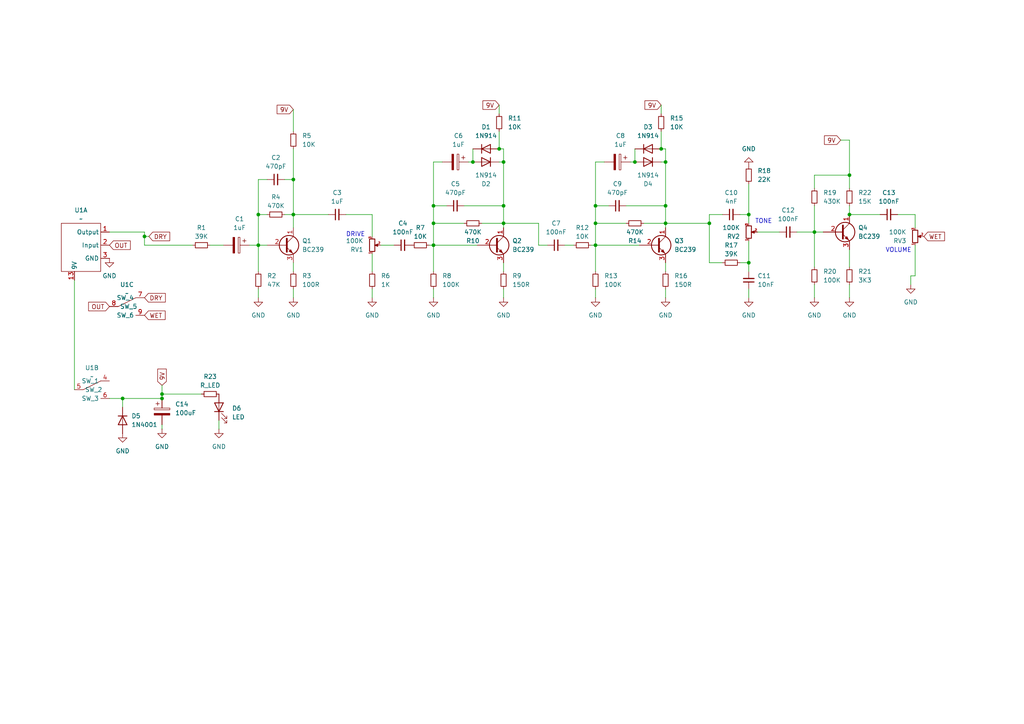
<source format=kicad_sch>
(kicad_sch
	(version 20231120)
	(generator "eeschema")
	(generator_version "8.0")
	(uuid "c556d9b7-844f-45bc-a93f-75d93d89c8b3")
	(paper "A4")
	(lib_symbols
		(symbol "Device:C_Polarized"
			(pin_numbers hide)
			(pin_names
				(offset 0.254)
			)
			(exclude_from_sim no)
			(in_bom yes)
			(on_board yes)
			(property "Reference" "C"
				(at 0.635 2.54 0)
				(effects
					(font
						(size 1.27 1.27)
					)
					(justify left)
				)
			)
			(property "Value" "C_Polarized"
				(at 0.635 -2.54 0)
				(effects
					(font
						(size 1.27 1.27)
					)
					(justify left)
				)
			)
			(property "Footprint" ""
				(at 0.9652 -3.81 0)
				(effects
					(font
						(size 1.27 1.27)
					)
					(hide yes)
				)
			)
			(property "Datasheet" "~"
				(at 0 0 0)
				(effects
					(font
						(size 1.27 1.27)
					)
					(hide yes)
				)
			)
			(property "Description" "Polarized capacitor"
				(at 0 0 0)
				(effects
					(font
						(size 1.27 1.27)
					)
					(hide yes)
				)
			)
			(property "ki_keywords" "cap capacitor"
				(at 0 0 0)
				(effects
					(font
						(size 1.27 1.27)
					)
					(hide yes)
				)
			)
			(property "ki_fp_filters" "CP_*"
				(at 0 0 0)
				(effects
					(font
						(size 1.27 1.27)
					)
					(hide yes)
				)
			)
			(symbol "C_Polarized_0_1"
				(rectangle
					(start -2.286 0.508)
					(end 2.286 1.016)
					(stroke
						(width 0)
						(type default)
					)
					(fill
						(type none)
					)
				)
				(polyline
					(pts
						(xy -1.778 2.286) (xy -0.762 2.286)
					)
					(stroke
						(width 0)
						(type default)
					)
					(fill
						(type none)
					)
				)
				(polyline
					(pts
						(xy -1.27 2.794) (xy -1.27 1.778)
					)
					(stroke
						(width 0)
						(type default)
					)
					(fill
						(type none)
					)
				)
				(rectangle
					(start 2.286 -0.508)
					(end -2.286 -1.016)
					(stroke
						(width 0)
						(type default)
					)
					(fill
						(type outline)
					)
				)
			)
			(symbol "C_Polarized_1_1"
				(pin passive line
					(at 0 3.81 270)
					(length 2.794)
					(name "~"
						(effects
							(font
								(size 1.27 1.27)
							)
						)
					)
					(number "1"
						(effects
							(font
								(size 1.27 1.27)
							)
						)
					)
				)
				(pin passive line
					(at 0 -3.81 90)
					(length 2.794)
					(name "~"
						(effects
							(font
								(size 1.27 1.27)
							)
						)
					)
					(number "2"
						(effects
							(font
								(size 1.27 1.27)
							)
						)
					)
				)
			)
		)
		(symbol "Device:C_Small"
			(pin_numbers hide)
			(pin_names
				(offset 0.254) hide)
			(exclude_from_sim no)
			(in_bom yes)
			(on_board yes)
			(property "Reference" "C"
				(at 0.254 1.778 0)
				(effects
					(font
						(size 1.27 1.27)
					)
					(justify left)
				)
			)
			(property "Value" "C_Small"
				(at 0.254 -2.032 0)
				(effects
					(font
						(size 1.27 1.27)
					)
					(justify left)
				)
			)
			(property "Footprint" ""
				(at 0 0 0)
				(effects
					(font
						(size 1.27 1.27)
					)
					(hide yes)
				)
			)
			(property "Datasheet" "~"
				(at 0 0 0)
				(effects
					(font
						(size 1.27 1.27)
					)
					(hide yes)
				)
			)
			(property "Description" "Unpolarized capacitor, small symbol"
				(at 0 0 0)
				(effects
					(font
						(size 1.27 1.27)
					)
					(hide yes)
				)
			)
			(property "ki_keywords" "capacitor cap"
				(at 0 0 0)
				(effects
					(font
						(size 1.27 1.27)
					)
					(hide yes)
				)
			)
			(property "ki_fp_filters" "C_*"
				(at 0 0 0)
				(effects
					(font
						(size 1.27 1.27)
					)
					(hide yes)
				)
			)
			(symbol "C_Small_0_1"
				(polyline
					(pts
						(xy -1.524 -0.508) (xy 1.524 -0.508)
					)
					(stroke
						(width 0.3302)
						(type default)
					)
					(fill
						(type none)
					)
				)
				(polyline
					(pts
						(xy -1.524 0.508) (xy 1.524 0.508)
					)
					(stroke
						(width 0.3048)
						(type default)
					)
					(fill
						(type none)
					)
				)
			)
			(symbol "C_Small_1_1"
				(pin passive line
					(at 0 2.54 270)
					(length 2.032)
					(name "~"
						(effects
							(font
								(size 1.27 1.27)
							)
						)
					)
					(number "1"
						(effects
							(font
								(size 1.27 1.27)
							)
						)
					)
				)
				(pin passive line
					(at 0 -2.54 90)
					(length 2.032)
					(name "~"
						(effects
							(font
								(size 1.27 1.27)
							)
						)
					)
					(number "2"
						(effects
							(font
								(size 1.27 1.27)
							)
						)
					)
				)
			)
		)
		(symbol "Device:LED"
			(pin_numbers hide)
			(pin_names
				(offset 1.016) hide)
			(exclude_from_sim no)
			(in_bom yes)
			(on_board yes)
			(property "Reference" "D"
				(at 0 2.54 0)
				(effects
					(font
						(size 1.27 1.27)
					)
				)
			)
			(property "Value" "LED"
				(at 0 -2.54 0)
				(effects
					(font
						(size 1.27 1.27)
					)
				)
			)
			(property "Footprint" ""
				(at 0 0 0)
				(effects
					(font
						(size 1.27 1.27)
					)
					(hide yes)
				)
			)
			(property "Datasheet" "~"
				(at 0 0 0)
				(effects
					(font
						(size 1.27 1.27)
					)
					(hide yes)
				)
			)
			(property "Description" "Light emitting diode"
				(at 0 0 0)
				(effects
					(font
						(size 1.27 1.27)
					)
					(hide yes)
				)
			)
			(property "ki_keywords" "LED diode"
				(at 0 0 0)
				(effects
					(font
						(size 1.27 1.27)
					)
					(hide yes)
				)
			)
			(property "ki_fp_filters" "LED* LED_SMD:* LED_THT:*"
				(at 0 0 0)
				(effects
					(font
						(size 1.27 1.27)
					)
					(hide yes)
				)
			)
			(symbol "LED_0_1"
				(polyline
					(pts
						(xy -1.27 -1.27) (xy -1.27 1.27)
					)
					(stroke
						(width 0.254)
						(type default)
					)
					(fill
						(type none)
					)
				)
				(polyline
					(pts
						(xy -1.27 0) (xy 1.27 0)
					)
					(stroke
						(width 0)
						(type default)
					)
					(fill
						(type none)
					)
				)
				(polyline
					(pts
						(xy 1.27 -1.27) (xy 1.27 1.27) (xy -1.27 0) (xy 1.27 -1.27)
					)
					(stroke
						(width 0.254)
						(type default)
					)
					(fill
						(type none)
					)
				)
				(polyline
					(pts
						(xy -3.048 -0.762) (xy -4.572 -2.286) (xy -3.81 -2.286) (xy -4.572 -2.286) (xy -4.572 -1.524)
					)
					(stroke
						(width 0)
						(type default)
					)
					(fill
						(type none)
					)
				)
				(polyline
					(pts
						(xy -1.778 -0.762) (xy -3.302 -2.286) (xy -2.54 -2.286) (xy -3.302 -2.286) (xy -3.302 -1.524)
					)
					(stroke
						(width 0)
						(type default)
					)
					(fill
						(type none)
					)
				)
			)
			(symbol "LED_1_1"
				(pin passive line
					(at -3.81 0 0)
					(length 2.54)
					(name "K"
						(effects
							(font
								(size 1.27 1.27)
							)
						)
					)
					(number "1"
						(effects
							(font
								(size 1.27 1.27)
							)
						)
					)
				)
				(pin passive line
					(at 3.81 0 180)
					(length 2.54)
					(name "A"
						(effects
							(font
								(size 1.27 1.27)
							)
						)
					)
					(number "2"
						(effects
							(font
								(size 1.27 1.27)
							)
						)
					)
				)
			)
		)
		(symbol "Device:Q_NPN_CBE"
			(pin_names
				(offset 0) hide)
			(exclude_from_sim no)
			(in_bom yes)
			(on_board yes)
			(property "Reference" "Q"
				(at 5.08 1.27 0)
				(effects
					(font
						(size 1.27 1.27)
					)
					(justify left)
				)
			)
			(property "Value" "Q_NPN_CBE"
				(at 5.08 -1.27 0)
				(effects
					(font
						(size 1.27 1.27)
					)
					(justify left)
				)
			)
			(property "Footprint" ""
				(at 5.08 2.54 0)
				(effects
					(font
						(size 1.27 1.27)
					)
					(hide yes)
				)
			)
			(property "Datasheet" "~"
				(at 0 0 0)
				(effects
					(font
						(size 1.27 1.27)
					)
					(hide yes)
				)
			)
			(property "Description" "NPN transistor, collector/base/emitter"
				(at 0 0 0)
				(effects
					(font
						(size 1.27 1.27)
					)
					(hide yes)
				)
			)
			(property "ki_keywords" "transistor NPN"
				(at 0 0 0)
				(effects
					(font
						(size 1.27 1.27)
					)
					(hide yes)
				)
			)
			(symbol "Q_NPN_CBE_0_1"
				(polyline
					(pts
						(xy 0.635 0.635) (xy 2.54 2.54)
					)
					(stroke
						(width 0)
						(type default)
					)
					(fill
						(type none)
					)
				)
				(polyline
					(pts
						(xy 0.635 -0.635) (xy 2.54 -2.54) (xy 2.54 -2.54)
					)
					(stroke
						(width 0)
						(type default)
					)
					(fill
						(type none)
					)
				)
				(polyline
					(pts
						(xy 0.635 1.905) (xy 0.635 -1.905) (xy 0.635 -1.905)
					)
					(stroke
						(width 0.508)
						(type default)
					)
					(fill
						(type none)
					)
				)
				(polyline
					(pts
						(xy 1.27 -1.778) (xy 1.778 -1.27) (xy 2.286 -2.286) (xy 1.27 -1.778) (xy 1.27 -1.778)
					)
					(stroke
						(width 0)
						(type default)
					)
					(fill
						(type outline)
					)
				)
				(circle
					(center 1.27 0)
					(radius 2.8194)
					(stroke
						(width 0.254)
						(type default)
					)
					(fill
						(type none)
					)
				)
			)
			(symbol "Q_NPN_CBE_1_1"
				(pin passive line
					(at 2.54 5.08 270)
					(length 2.54)
					(name "C"
						(effects
							(font
								(size 1.27 1.27)
							)
						)
					)
					(number "1"
						(effects
							(font
								(size 1.27 1.27)
							)
						)
					)
				)
				(pin input line
					(at -5.08 0 0)
					(length 5.715)
					(name "B"
						(effects
							(font
								(size 1.27 1.27)
							)
						)
					)
					(number "2"
						(effects
							(font
								(size 1.27 1.27)
							)
						)
					)
				)
				(pin passive line
					(at 2.54 -5.08 90)
					(length 2.54)
					(name "E"
						(effects
							(font
								(size 1.27 1.27)
							)
						)
					)
					(number "3"
						(effects
							(font
								(size 1.27 1.27)
							)
						)
					)
				)
			)
		)
		(symbol "Device:R_Potentiometer_Small"
			(pin_names
				(offset 1.016) hide)
			(exclude_from_sim no)
			(in_bom yes)
			(on_board yes)
			(property "Reference" "RV"
				(at -4.445 0 90)
				(effects
					(font
						(size 1.27 1.27)
					)
				)
			)
			(property "Value" "R_Potentiometer_Small"
				(at -2.54 0 90)
				(effects
					(font
						(size 1.27 1.27)
					)
				)
			)
			(property "Footprint" ""
				(at 0 0 0)
				(effects
					(font
						(size 1.27 1.27)
					)
					(hide yes)
				)
			)
			(property "Datasheet" "~"
				(at 0 0 0)
				(effects
					(font
						(size 1.27 1.27)
					)
					(hide yes)
				)
			)
			(property "Description" "Potentiometer"
				(at 0 0 0)
				(effects
					(font
						(size 1.27 1.27)
					)
					(hide yes)
				)
			)
			(property "ki_keywords" "resistor variable"
				(at 0 0 0)
				(effects
					(font
						(size 1.27 1.27)
					)
					(hide yes)
				)
			)
			(property "ki_fp_filters" "Potentiometer*"
				(at 0 0 0)
				(effects
					(font
						(size 1.27 1.27)
					)
					(hide yes)
				)
			)
			(symbol "R_Potentiometer_Small_0_1"
				(polyline
					(pts
						(xy 0.889 0) (xy 0.635 0) (xy 1.651 0.381) (xy 1.651 -0.381) (xy 0.635 0) (xy 0.889 0)
					)
					(stroke
						(width 0)
						(type default)
					)
					(fill
						(type outline)
					)
				)
				(rectangle
					(start 0.762 1.8034)
					(end -0.762 -1.8034)
					(stroke
						(width 0.254)
						(type default)
					)
					(fill
						(type none)
					)
				)
			)
			(symbol "R_Potentiometer_Small_1_1"
				(pin passive line
					(at 0 2.54 270)
					(length 0.635)
					(name "1"
						(effects
							(font
								(size 0.635 0.635)
							)
						)
					)
					(number "1"
						(effects
							(font
								(size 0.635 0.635)
							)
						)
					)
				)
				(pin passive line
					(at 2.54 0 180)
					(length 0.9906)
					(name "2"
						(effects
							(font
								(size 0.635 0.635)
							)
						)
					)
					(number "2"
						(effects
							(font
								(size 0.635 0.635)
							)
						)
					)
				)
				(pin passive line
					(at 0 -2.54 90)
					(length 0.635)
					(name "3"
						(effects
							(font
								(size 0.635 0.635)
							)
						)
					)
					(number "3"
						(effects
							(font
								(size 0.635 0.635)
							)
						)
					)
				)
			)
		)
		(symbol "Device:R_Small"
			(pin_numbers hide)
			(pin_names
				(offset 0.254) hide)
			(exclude_from_sim no)
			(in_bom yes)
			(on_board yes)
			(property "Reference" "R"
				(at 0.762 0.508 0)
				(effects
					(font
						(size 1.27 1.27)
					)
					(justify left)
				)
			)
			(property "Value" "R_Small"
				(at 0.762 -1.016 0)
				(effects
					(font
						(size 1.27 1.27)
					)
					(justify left)
				)
			)
			(property "Footprint" ""
				(at 0 0 0)
				(effects
					(font
						(size 1.27 1.27)
					)
					(hide yes)
				)
			)
			(property "Datasheet" "~"
				(at 0 0 0)
				(effects
					(font
						(size 1.27 1.27)
					)
					(hide yes)
				)
			)
			(property "Description" "Resistor, small symbol"
				(at 0 0 0)
				(effects
					(font
						(size 1.27 1.27)
					)
					(hide yes)
				)
			)
			(property "ki_keywords" "R resistor"
				(at 0 0 0)
				(effects
					(font
						(size 1.27 1.27)
					)
					(hide yes)
				)
			)
			(property "ki_fp_filters" "R_*"
				(at 0 0 0)
				(effects
					(font
						(size 1.27 1.27)
					)
					(hide yes)
				)
			)
			(symbol "R_Small_0_1"
				(rectangle
					(start -0.762 1.778)
					(end 0.762 -1.778)
					(stroke
						(width 0.2032)
						(type default)
					)
					(fill
						(type none)
					)
				)
			)
			(symbol "R_Small_1_1"
				(pin passive line
					(at 0 2.54 270)
					(length 0.762)
					(name "~"
						(effects
							(font
								(size 1.27 1.27)
							)
						)
					)
					(number "1"
						(effects
							(font
								(size 1.27 1.27)
							)
						)
					)
				)
				(pin passive line
					(at 0 -2.54 90)
					(length 0.762)
					(name "~"
						(effects
							(font
								(size 1.27 1.27)
							)
						)
					)
					(number "2"
						(effects
							(font
								(size 1.27 1.27)
							)
						)
					)
				)
			)
		)
		(symbol "Diode:1N4001"
			(pin_numbers hide)
			(pin_names hide)
			(exclude_from_sim no)
			(in_bom yes)
			(on_board yes)
			(property "Reference" "D"
				(at 0 2.54 0)
				(effects
					(font
						(size 1.27 1.27)
					)
				)
			)
			(property "Value" "1N4001"
				(at 0 -2.54 0)
				(effects
					(font
						(size 1.27 1.27)
					)
				)
			)
			(property "Footprint" "Diode_THT:D_DO-41_SOD81_P10.16mm_Horizontal"
				(at 0 0 0)
				(effects
					(font
						(size 1.27 1.27)
					)
					(hide yes)
				)
			)
			(property "Datasheet" "http://www.vishay.com/docs/88503/1n4001.pdf"
				(at 0 0 0)
				(effects
					(font
						(size 1.27 1.27)
					)
					(hide yes)
				)
			)
			(property "Description" "50V 1A General Purpose Rectifier Diode, DO-41"
				(at 0 0 0)
				(effects
					(font
						(size 1.27 1.27)
					)
					(hide yes)
				)
			)
			(property "Sim.Device" "D"
				(at 0 0 0)
				(effects
					(font
						(size 1.27 1.27)
					)
					(hide yes)
				)
			)
			(property "Sim.Pins" "1=K 2=A"
				(at 0 0 0)
				(effects
					(font
						(size 1.27 1.27)
					)
					(hide yes)
				)
			)
			(property "ki_keywords" "diode"
				(at 0 0 0)
				(effects
					(font
						(size 1.27 1.27)
					)
					(hide yes)
				)
			)
			(property "ki_fp_filters" "D*DO?41*"
				(at 0 0 0)
				(effects
					(font
						(size 1.27 1.27)
					)
					(hide yes)
				)
			)
			(symbol "1N4001_0_1"
				(polyline
					(pts
						(xy -1.27 1.27) (xy -1.27 -1.27)
					)
					(stroke
						(width 0.254)
						(type default)
					)
					(fill
						(type none)
					)
				)
				(polyline
					(pts
						(xy 1.27 0) (xy -1.27 0)
					)
					(stroke
						(width 0)
						(type default)
					)
					(fill
						(type none)
					)
				)
				(polyline
					(pts
						(xy 1.27 1.27) (xy 1.27 -1.27) (xy -1.27 0) (xy 1.27 1.27)
					)
					(stroke
						(width 0.254)
						(type default)
					)
					(fill
						(type none)
					)
				)
			)
			(symbol "1N4001_1_1"
				(pin passive line
					(at -3.81 0 0)
					(length 2.54)
					(name "K"
						(effects
							(font
								(size 1.27 1.27)
							)
						)
					)
					(number "1"
						(effects
							(font
								(size 1.27 1.27)
							)
						)
					)
				)
				(pin passive line
					(at 3.81 0 180)
					(length 2.54)
					(name "A"
						(effects
							(font
								(size 1.27 1.27)
							)
						)
					)
					(number "2"
						(effects
							(font
								(size 1.27 1.27)
							)
						)
					)
				)
			)
		)
		(symbol "Diode:1N914"
			(pin_numbers hide)
			(pin_names hide)
			(exclude_from_sim no)
			(in_bom yes)
			(on_board yes)
			(property "Reference" "D"
				(at 0 2.54 0)
				(effects
					(font
						(size 1.27 1.27)
					)
				)
			)
			(property "Value" "1N914"
				(at 0 -2.54 0)
				(effects
					(font
						(size 1.27 1.27)
					)
				)
			)
			(property "Footprint" "Diode_THT:D_DO-35_SOD27_P7.62mm_Horizontal"
				(at 0 -4.445 0)
				(effects
					(font
						(size 1.27 1.27)
					)
					(hide yes)
				)
			)
			(property "Datasheet" "http://www.vishay.com/docs/85622/1n914.pdf"
				(at 0 0 0)
				(effects
					(font
						(size 1.27 1.27)
					)
					(hide yes)
				)
			)
			(property "Description" "100V 0.3A Small Signal Fast Switching Diode, DO-35"
				(at 0 0 0)
				(effects
					(font
						(size 1.27 1.27)
					)
					(hide yes)
				)
			)
			(property "Sim.Device" "D"
				(at 0 0 0)
				(effects
					(font
						(size 1.27 1.27)
					)
					(hide yes)
				)
			)
			(property "Sim.Pins" "1=K 2=A"
				(at 0 0 0)
				(effects
					(font
						(size 1.27 1.27)
					)
					(hide yes)
				)
			)
			(property "ki_keywords" "diode"
				(at 0 0 0)
				(effects
					(font
						(size 1.27 1.27)
					)
					(hide yes)
				)
			)
			(property "ki_fp_filters" "D*DO?35*"
				(at 0 0 0)
				(effects
					(font
						(size 1.27 1.27)
					)
					(hide yes)
				)
			)
			(symbol "1N914_0_1"
				(polyline
					(pts
						(xy -1.27 1.27) (xy -1.27 -1.27)
					)
					(stroke
						(width 0.254)
						(type default)
					)
					(fill
						(type none)
					)
				)
				(polyline
					(pts
						(xy 1.27 0) (xy -1.27 0)
					)
					(stroke
						(width 0)
						(type default)
					)
					(fill
						(type none)
					)
				)
				(polyline
					(pts
						(xy 1.27 1.27) (xy 1.27 -1.27) (xy -1.27 0) (xy 1.27 1.27)
					)
					(stroke
						(width 0.254)
						(type default)
					)
					(fill
						(type none)
					)
				)
			)
			(symbol "1N914_1_1"
				(pin passive line
					(at -3.81 0 0)
					(length 2.54)
					(name "K"
						(effects
							(font
								(size 1.27 1.27)
							)
						)
					)
					(number "1"
						(effects
							(font
								(size 1.27 1.27)
							)
						)
					)
				)
				(pin passive line
					(at 3.81 0 180)
					(length 2.54)
					(name "A"
						(effects
							(font
								(size 1.27 1.27)
							)
						)
					)
					(number "2"
						(effects
							(font
								(size 1.27 1.27)
							)
						)
					)
				)
			)
		)
		(symbol "EmptyPedal:EmptyPedal"
			(exclude_from_sim no)
			(in_bom yes)
			(on_board yes)
			(property "Reference" "U"
				(at -10.16 7.62 0)
				(effects
					(font
						(size 1.27 1.27)
					)
				)
			)
			(property "Value" ""
				(at -2.54 -10.16 0)
				(effects
					(font
						(size 1.27 1.27)
					)
				)
			)
			(property "Footprint" ""
				(at -2.54 -10.16 0)
				(effects
					(font
						(size 1.27 1.27)
					)
					(hide yes)
				)
			)
			(property "Datasheet" ""
				(at -2.54 -10.16 0)
				(effects
					(font
						(size 1.27 1.27)
					)
					(hide yes)
				)
			)
			(property "Description" ""
				(at 0 0 0)
				(effects
					(font
						(size 1.27 1.27)
					)
					(hide yes)
				)
			)
			(property "ki_locked" ""
				(at 0 0 0)
				(effects
					(font
						(size 1.27 1.27)
					)
				)
			)
			(symbol "EmptyPedal_1_1"
				(rectangle
					(start -11.43 5.08)
					(end 0 -8.89)
					(stroke
						(width 0)
						(type default)
					)
					(fill
						(type none)
					)
				)
				(pin output line
					(at 2.54 2.54 180)
					(length 2.54)
					(name "Output"
						(effects
							(font
								(size 1.27 1.27)
							)
						)
					)
					(number "1"
						(effects
							(font
								(size 1.27 1.27)
							)
						)
					)
				)
				(pin passive line
					(at -7.62 -11.43 90)
					(length 2.54)
					(name "9V"
						(effects
							(font
								(size 1.27 1.27)
							)
						)
					)
					(number "13"
						(effects
							(font
								(size 1.27 1.27)
							)
						)
					)
				)
				(pin input line
					(at 2.54 -1.27 180)
					(length 2.54)
					(name "Input"
						(effects
							(font
								(size 1.27 1.27)
							)
						)
					)
					(number "2"
						(effects
							(font
								(size 1.27 1.27)
							)
						)
					)
				)
				(pin passive line
					(at 2.54 -5.08 180)
					(length 2.54)
					(name "GND"
						(effects
							(font
								(size 1.27 1.27)
							)
						)
					)
					(number "3"
						(effects
							(font
								(size 1.27 1.27)
							)
						)
					)
				)
			)
			(symbol "EmptyPedal_2_1"
				(polyline
					(pts
						(xy -7.62 2.54) (xy -2.54 5.08)
					)
					(stroke
						(width 0)
						(type default)
					)
					(fill
						(type none)
					)
				)
				(pin passive line
					(at 0 5.08 180)
					(length 2.54)
					(name "SW_1"
						(effects
							(font
								(size 1.27 1.27)
							)
						)
					)
					(number "4"
						(effects
							(font
								(size 1.27 1.27)
							)
						)
					)
				)
				(pin passive line
					(at -10.16 2.54 0)
					(length 2.54)
					(name "SW_2"
						(effects
							(font
								(size 1.27 1.27)
							)
						)
					)
					(number "5"
						(effects
							(font
								(size 1.27 1.27)
							)
						)
					)
				)
				(pin passive line
					(at 0 0 180)
					(length 2.54)
					(name "SW_3"
						(effects
							(font
								(size 1.27 1.27)
							)
						)
					)
					(number "6"
						(effects
							(font
								(size 1.27 1.27)
							)
						)
					)
				)
			)
			(symbol "EmptyPedal_3_1"
				(polyline
					(pts
						(xy -7.62 2.54) (xy -2.54 5.08)
					)
					(stroke
						(width 0)
						(type default)
					)
					(fill
						(type none)
					)
				)
				(pin passive line
					(at 0 5.08 180)
					(length 2.54)
					(name "SW_4"
						(effects
							(font
								(size 1.27 1.27)
							)
						)
					)
					(number "7"
						(effects
							(font
								(size 1.27 1.27)
							)
						)
					)
				)
				(pin passive line
					(at -10.16 2.54 0)
					(length 2.54)
					(name "SW_5"
						(effects
							(font
								(size 1.27 1.27)
							)
						)
					)
					(number "8"
						(effects
							(font
								(size 1.27 1.27)
							)
						)
					)
				)
				(pin passive line
					(at 0 0 180)
					(length 2.54)
					(name "SW_6"
						(effects
							(font
								(size 1.27 1.27)
							)
						)
					)
					(number "9"
						(effects
							(font
								(size 1.27 1.27)
							)
						)
					)
				)
			)
			(symbol "EmptyPedal_4_1"
				(polyline
					(pts
						(xy -7.62 2.54) (xy -2.54 5.08)
					)
					(stroke
						(width 0)
						(type default)
					)
					(fill
						(type none)
					)
				)
				(pin passive line
					(at 0 5.08 180)
					(length 2.54)
					(name "SW_7"
						(effects
							(font
								(size 1.27 1.27)
							)
						)
					)
					(number "10"
						(effects
							(font
								(size 1.27 1.27)
							)
						)
					)
				)
				(pin passive line
					(at -10.16 2.54 0)
					(length 2.54)
					(name "SW_8"
						(effects
							(font
								(size 1.27 1.27)
							)
						)
					)
					(number "11"
						(effects
							(font
								(size 1.27 1.27)
							)
						)
					)
				)
				(pin passive line
					(at 0 0 180)
					(length 2.54)
					(name "SW_9"
						(effects
							(font
								(size 1.27 1.27)
							)
						)
					)
					(number "12"
						(effects
							(font
								(size 1.27 1.27)
							)
						)
					)
				)
			)
		)
		(symbol "power:GND"
			(power)
			(pin_numbers hide)
			(pin_names
				(offset 0) hide)
			(exclude_from_sim no)
			(in_bom yes)
			(on_board yes)
			(property "Reference" "#PWR"
				(at 0 -6.35 0)
				(effects
					(font
						(size 1.27 1.27)
					)
					(hide yes)
				)
			)
			(property "Value" "GND"
				(at 0 -3.81 0)
				(effects
					(font
						(size 1.27 1.27)
					)
				)
			)
			(property "Footprint" ""
				(at 0 0 0)
				(effects
					(font
						(size 1.27 1.27)
					)
					(hide yes)
				)
			)
			(property "Datasheet" ""
				(at 0 0 0)
				(effects
					(font
						(size 1.27 1.27)
					)
					(hide yes)
				)
			)
			(property "Description" "Power symbol creates a global label with name \"GND\" , ground"
				(at 0 0 0)
				(effects
					(font
						(size 1.27 1.27)
					)
					(hide yes)
				)
			)
			(property "ki_keywords" "global power"
				(at 0 0 0)
				(effects
					(font
						(size 1.27 1.27)
					)
					(hide yes)
				)
			)
			(symbol "GND_0_1"
				(polyline
					(pts
						(xy 0 0) (xy 0 -1.27) (xy 1.27 -1.27) (xy 0 -2.54) (xy -1.27 -1.27) (xy 0 -1.27)
					)
					(stroke
						(width 0)
						(type default)
					)
					(fill
						(type none)
					)
				)
			)
			(symbol "GND_1_1"
				(pin power_in line
					(at 0 0 270)
					(length 0)
					(name "~"
						(effects
							(font
								(size 1.27 1.27)
							)
						)
					)
					(number "1"
						(effects
							(font
								(size 1.27 1.27)
							)
						)
					)
				)
			)
		)
	)
	(junction
		(at 41.91 68.58)
		(diameter 0)
		(color 0 0 0 0)
		(uuid "0b750519-931d-49bd-816f-4474210f489e")
	)
	(junction
		(at 146.05 46.99)
		(diameter 0)
		(color 0 0 0 0)
		(uuid "0cd8bc54-a7af-4e3c-ad39-b30b02e7c1cd")
	)
	(junction
		(at 35.56 115.57)
		(diameter 0)
		(color 0 0 0 0)
		(uuid "11b91659-d08e-4e0c-8904-2f48b9004bd5")
	)
	(junction
		(at 74.93 71.12)
		(diameter 0)
		(color 0 0 0 0)
		(uuid "2b203358-3525-479a-9449-8532580bc1a7")
	)
	(junction
		(at 193.04 64.77)
		(diameter 0)
		(color 0 0 0 0)
		(uuid "2fc652b6-6a53-4620-8319-b25ba36423ec")
	)
	(junction
		(at 172.72 64.77)
		(diameter 0)
		(color 0 0 0 0)
		(uuid "342a0c68-d7b5-40c9-a654-ba61d156a8b3")
	)
	(junction
		(at 205.74 64.77)
		(diameter 0)
		(color 0 0 0 0)
		(uuid "35358bbe-c2c4-49a6-bdf0-a3bfb82345fd")
	)
	(junction
		(at 146.05 59.69)
		(diameter 0)
		(color 0 0 0 0)
		(uuid "37a2f39d-9f8c-4301-bab9-39762bee4910")
	)
	(junction
		(at 246.38 62.23)
		(diameter 0)
		(color 0 0 0 0)
		(uuid "386a885d-28ff-4051-98ad-10fbaf8f3bfa")
	)
	(junction
		(at 172.72 71.12)
		(diameter 0)
		(color 0 0 0 0)
		(uuid "3cf00aec-f252-4a0a-83b4-4dfd3de963f5")
	)
	(junction
		(at 137.16 46.99)
		(diameter 0)
		(color 0 0 0 0)
		(uuid "43db60b9-9da5-4139-939e-62f7a494305f")
	)
	(junction
		(at 125.73 64.77)
		(diameter 0)
		(color 0 0 0 0)
		(uuid "50ab1122-5af7-4160-9fee-c8c129000dcd")
	)
	(junction
		(at 193.04 59.69)
		(diameter 0)
		(color 0 0 0 0)
		(uuid "6dac82fb-7247-44e7-856d-cd9e41bf50b7")
	)
	(junction
		(at 236.22 67.31)
		(diameter 0)
		(color 0 0 0 0)
		(uuid "6e950c00-8396-4e0c-8cdc-64525b1369ff")
	)
	(junction
		(at 46.99 114.3)
		(diameter 0)
		(color 0 0 0 0)
		(uuid "729f4b7f-f282-452c-8d49-8205fdd4c7b6")
	)
	(junction
		(at 85.09 52.07)
		(diameter 0)
		(color 0 0 0 0)
		(uuid "78851757-adcd-4d27-9547-a9ee02118cc3")
	)
	(junction
		(at 184.15 46.99)
		(diameter 0)
		(color 0 0 0 0)
		(uuid "9e90b111-6389-4372-99f1-0770a9ab1ccb")
	)
	(junction
		(at 144.78 43.18)
		(diameter 0)
		(color 0 0 0 0)
		(uuid "a35bfc8d-3164-4c0e-afb4-743d8121efc9")
	)
	(junction
		(at 46.99 115.57)
		(diameter 0)
		(color 0 0 0 0)
		(uuid "a785de05-cf6b-410e-ac5d-53f835cbe564")
	)
	(junction
		(at 217.17 62.23)
		(diameter 0)
		(color 0 0 0 0)
		(uuid "abd2b9c7-28b2-4a29-b73d-a4b07ce6b333")
	)
	(junction
		(at 217.17 76.2)
		(diameter 0)
		(color 0 0 0 0)
		(uuid "b2adcb6e-fff9-4d21-b1f1-d37e1f681d85")
	)
	(junction
		(at 85.09 62.23)
		(diameter 0)
		(color 0 0 0 0)
		(uuid "be9b2474-36c7-489d-986a-5ceed01629e6")
	)
	(junction
		(at 125.73 59.69)
		(diameter 0)
		(color 0 0 0 0)
		(uuid "c359a8c2-842c-4e4a-9119-0babd712c573")
	)
	(junction
		(at 146.05 64.77)
		(diameter 0)
		(color 0 0 0 0)
		(uuid "c6f0c741-2231-4a04-8888-2841deef6c1a")
	)
	(junction
		(at 193.04 46.99)
		(diameter 0)
		(color 0 0 0 0)
		(uuid "c7bac49e-e4aa-46a2-b321-3fe509ae539e")
	)
	(junction
		(at 191.77 43.18)
		(diameter 0)
		(color 0 0 0 0)
		(uuid "df045bb6-dae1-4fa4-8c1d-76e4b705378c")
	)
	(junction
		(at 246.38 50.8)
		(diameter 0)
		(color 0 0 0 0)
		(uuid "df35158b-2f98-4ec8-a94c-5e9d7e586a9a")
	)
	(junction
		(at 74.93 62.23)
		(diameter 0)
		(color 0 0 0 0)
		(uuid "ec3b4fb8-aa3f-49ba-ad49-bab757846fec")
	)
	(junction
		(at 172.72 59.69)
		(diameter 0)
		(color 0 0 0 0)
		(uuid "ee134950-df06-42e2-8b3e-58288450ce34")
	)
	(junction
		(at 125.73 71.12)
		(diameter 0)
		(color 0 0 0 0)
		(uuid "fd14fb41-67af-42dd-b6e2-b8329011108a")
	)
	(wire
		(pts
			(xy 158.75 71.12) (xy 156.21 71.12)
		)
		(stroke
			(width 0)
			(type default)
		)
		(uuid "054a64fb-ac63-4e12-9779-63d5a710e5cb")
	)
	(wire
		(pts
			(xy 137.16 43.18) (xy 137.16 46.99)
		)
		(stroke
			(width 0)
			(type default)
		)
		(uuid "07aa8fc6-581f-4c2c-aafc-3b362e0e6c98")
	)
	(wire
		(pts
			(xy 193.04 43.18) (xy 193.04 46.99)
		)
		(stroke
			(width 0)
			(type default)
		)
		(uuid "0d18abf6-4b7a-467e-bead-9f57765ff9df")
	)
	(wire
		(pts
			(xy 172.72 86.36) (xy 172.72 83.82)
		)
		(stroke
			(width 0)
			(type default)
		)
		(uuid "0fbcf019-292f-45d2-b901-7f4b70366a3f")
	)
	(wire
		(pts
			(xy 156.21 64.77) (xy 146.05 64.77)
		)
		(stroke
			(width 0)
			(type default)
		)
		(uuid "10a4b5f1-74cc-4d85-8fc1-4a19d36de790")
	)
	(wire
		(pts
			(xy 35.56 115.57) (xy 46.99 115.57)
		)
		(stroke
			(width 0)
			(type default)
		)
		(uuid "123d32b6-4151-49c3-a23a-3ad3c8121674")
	)
	(wire
		(pts
			(xy 172.72 64.77) (xy 172.72 71.12)
		)
		(stroke
			(width 0)
			(type default)
		)
		(uuid "127cb282-e1f3-4236-8169-f7395a4bd102")
	)
	(wire
		(pts
			(xy 264.16 82.55) (xy 264.16 80.01)
		)
		(stroke
			(width 0)
			(type default)
		)
		(uuid "155cff52-9757-41b4-8482-d1ea3b8870bc")
	)
	(wire
		(pts
			(xy 77.47 71.12) (xy 74.93 71.12)
		)
		(stroke
			(width 0)
			(type default)
		)
		(uuid "185b071b-6822-4b9e-885d-f3e34ca85a56")
	)
	(wire
		(pts
			(xy 64.77 71.12) (xy 60.96 71.12)
		)
		(stroke
			(width 0)
			(type default)
		)
		(uuid "1edb0671-0c7f-47ce-a797-c6eb401997d1")
	)
	(wire
		(pts
			(xy 43.18 68.58) (xy 41.91 68.58)
		)
		(stroke
			(width 0)
			(type default)
		)
		(uuid "233d7914-aefe-4dd1-9561-9afc76030125")
	)
	(wire
		(pts
			(xy 134.62 59.69) (xy 146.05 59.69)
		)
		(stroke
			(width 0)
			(type default)
		)
		(uuid "23e32e7c-824e-402c-a2ce-12e3fdf5ca3d")
	)
	(wire
		(pts
			(xy 193.04 43.18) (xy 191.77 43.18)
		)
		(stroke
			(width 0)
			(type default)
		)
		(uuid "24f38fa2-554c-4c85-8188-ca7f9d23fe4f")
	)
	(wire
		(pts
			(xy 135.89 46.99) (xy 137.16 46.99)
		)
		(stroke
			(width 0)
			(type default)
		)
		(uuid "25214879-292e-4de1-be24-352c4052f136")
	)
	(wire
		(pts
			(xy 41.91 68.58) (xy 41.91 71.12)
		)
		(stroke
			(width 0)
			(type default)
		)
		(uuid "271a89a5-5537-4c17-8fe8-a117681a76c3")
	)
	(wire
		(pts
			(xy 236.22 86.36) (xy 236.22 82.55)
		)
		(stroke
			(width 0)
			(type default)
		)
		(uuid "2a9a9887-db62-416b-9f2b-f4e2289a5758")
	)
	(wire
		(pts
			(xy 226.06 67.31) (xy 219.71 67.31)
		)
		(stroke
			(width 0)
			(type default)
		)
		(uuid "2cf67606-f354-4e0d-9178-1fd606303eff")
	)
	(wire
		(pts
			(xy 74.93 86.36) (xy 74.93 83.82)
		)
		(stroke
			(width 0)
			(type default)
		)
		(uuid "32161c9c-a0a5-40a0-a7ca-ec1ba2a3f770")
	)
	(wire
		(pts
			(xy 172.72 46.99) (xy 172.72 59.69)
		)
		(stroke
			(width 0)
			(type default)
		)
		(uuid "32a01df2-c760-4dc5-9aa8-43c4b17c2f79")
	)
	(wire
		(pts
			(xy 74.93 52.07) (xy 74.93 62.23)
		)
		(stroke
			(width 0)
			(type default)
		)
		(uuid "33960454-0416-4d91-9251-20bd754f3f98")
	)
	(wire
		(pts
			(xy 74.93 78.74) (xy 74.93 71.12)
		)
		(stroke
			(width 0)
			(type default)
		)
		(uuid "34223006-17ed-44c6-9d63-639426595eb9")
	)
	(wire
		(pts
			(xy 191.77 30.48) (xy 191.77 33.02)
		)
		(stroke
			(width 0)
			(type default)
		)
		(uuid "3441dcfb-5b05-4166-bcaa-8e625e254f1d")
	)
	(wire
		(pts
			(xy 236.22 50.8) (xy 246.38 50.8)
		)
		(stroke
			(width 0)
			(type default)
		)
		(uuid "35496338-8a0c-410f-8626-12059485568c")
	)
	(wire
		(pts
			(xy 85.09 86.36) (xy 85.09 83.82)
		)
		(stroke
			(width 0)
			(type default)
		)
		(uuid "356a10eb-40ef-40c7-904b-1ff8506fa6c9")
	)
	(wire
		(pts
			(xy 181.61 64.77) (xy 172.72 64.77)
		)
		(stroke
			(width 0)
			(type default)
		)
		(uuid "35b6631e-a4b5-4739-a0a0-5d76c40bd5cb")
	)
	(wire
		(pts
			(xy 182.88 46.99) (xy 184.15 46.99)
		)
		(stroke
			(width 0)
			(type default)
		)
		(uuid "388921e5-8b25-4042-a573-3a47c6e097e4")
	)
	(wire
		(pts
			(xy 156.21 71.12) (xy 156.21 64.77)
		)
		(stroke
			(width 0)
			(type default)
		)
		(uuid "3afc6b07-27a6-4e28-83cf-fac3e2c8b547")
	)
	(wire
		(pts
			(xy 205.74 76.2) (xy 209.55 76.2)
		)
		(stroke
			(width 0)
			(type default)
		)
		(uuid "3c2f8744-acfc-4f82-a6bf-79524f9ddc91")
	)
	(wire
		(pts
			(xy 193.04 59.69) (xy 193.04 64.77)
		)
		(stroke
			(width 0)
			(type default)
		)
		(uuid "3da5b52f-d80e-4a5b-87c6-5802902bd877")
	)
	(wire
		(pts
			(xy 46.99 114.3) (xy 46.99 115.57)
		)
		(stroke
			(width 0)
			(type default)
		)
		(uuid "3df7fc15-5061-4e86-bd07-e86248240032")
	)
	(wire
		(pts
			(xy 31.75 67.31) (xy 41.91 67.31)
		)
		(stroke
			(width 0)
			(type default)
		)
		(uuid "49bd1b72-566b-4e99-bf1f-25c1a85a1fb1")
	)
	(wire
		(pts
			(xy 82.55 52.07) (xy 85.09 52.07)
		)
		(stroke
			(width 0)
			(type default)
		)
		(uuid "4d263fb2-db4a-4c3f-9a86-520ed7f0f01a")
	)
	(wire
		(pts
			(xy 265.43 62.23) (xy 260.35 62.23)
		)
		(stroke
			(width 0)
			(type default)
		)
		(uuid "4fee4c4d-261c-4653-b02d-6ca910f5272e")
	)
	(wire
		(pts
			(xy 193.04 59.69) (xy 193.04 46.99)
		)
		(stroke
			(width 0)
			(type default)
		)
		(uuid "52bc86a9-6519-4679-ae5d-0e4ad5fd316d")
	)
	(wire
		(pts
			(xy 146.05 64.77) (xy 146.05 66.04)
		)
		(stroke
			(width 0)
			(type default)
		)
		(uuid "58583687-1900-4234-87a4-c69ddd8a86e1")
	)
	(wire
		(pts
			(xy 21.59 113.03) (xy 21.59 81.28)
		)
		(stroke
			(width 0)
			(type default)
		)
		(uuid "5945ece4-4d61-435a-b0a3-afddf158034e")
	)
	(wire
		(pts
			(xy 209.55 62.23) (xy 205.74 62.23)
		)
		(stroke
			(width 0)
			(type default)
		)
		(uuid "5b403592-bee5-4690-90ac-03a656fa8bc2")
	)
	(wire
		(pts
			(xy 246.38 40.64) (xy 246.38 50.8)
		)
		(stroke
			(width 0)
			(type default)
		)
		(uuid "5bc60c19-b595-4eb2-9e01-8ee7c177d6a9")
	)
	(wire
		(pts
			(xy 35.56 115.57) (xy 31.75 115.57)
		)
		(stroke
			(width 0)
			(type default)
		)
		(uuid "5beb4a20-6a9b-4b4d-99a3-57ed9ae91348")
	)
	(wire
		(pts
			(xy 166.37 71.12) (xy 163.83 71.12)
		)
		(stroke
			(width 0)
			(type default)
		)
		(uuid "5d2be7c1-557f-4c05-afbd-bbab3e1a03bb")
	)
	(wire
		(pts
			(xy 107.95 62.23) (xy 100.33 62.23)
		)
		(stroke
			(width 0)
			(type default)
		)
		(uuid "5d9046ac-806d-4a81-929e-be3dd455ddf3")
	)
	(wire
		(pts
			(xy 217.17 78.74) (xy 217.17 76.2)
		)
		(stroke
			(width 0)
			(type default)
		)
		(uuid "5e468108-8b86-44d8-b5e4-f5b2baa1d513")
	)
	(wire
		(pts
			(xy 125.73 64.77) (xy 125.73 71.12)
		)
		(stroke
			(width 0)
			(type default)
		)
		(uuid "5ef1145d-3a61-4fc4-914a-7179e58fe441")
	)
	(wire
		(pts
			(xy 217.17 62.23) (xy 217.17 64.77)
		)
		(stroke
			(width 0)
			(type default)
		)
		(uuid "647ed186-d5d3-4a0f-b466-6d3930ffa0ba")
	)
	(wire
		(pts
			(xy 95.25 62.23) (xy 85.09 62.23)
		)
		(stroke
			(width 0)
			(type default)
		)
		(uuid "67afcf89-abb0-47df-947f-06ed594f1eed")
	)
	(wire
		(pts
			(xy 191.77 38.1) (xy 191.77 43.18)
		)
		(stroke
			(width 0)
			(type default)
		)
		(uuid "69aad21b-9d81-4ac3-8a1b-903b9a13ace8")
	)
	(wire
		(pts
			(xy 217.17 76.2) (xy 214.63 76.2)
		)
		(stroke
			(width 0)
			(type default)
		)
		(uuid "6a5d7967-6594-4fbe-9c69-9b9f0b15e5c7")
	)
	(wire
		(pts
			(xy 107.95 68.58) (xy 107.95 62.23)
		)
		(stroke
			(width 0)
			(type default)
		)
		(uuid "6e1f39ad-a379-4fd7-80a3-07ccbd4901c8")
	)
	(wire
		(pts
			(xy 85.09 78.74) (xy 85.09 76.2)
		)
		(stroke
			(width 0)
			(type default)
		)
		(uuid "6e2a0021-4b17-4cb3-9b6d-c532db2ac7e2")
	)
	(wire
		(pts
			(xy 134.62 64.77) (xy 125.73 64.77)
		)
		(stroke
			(width 0)
			(type default)
		)
		(uuid "71c305c6-b73c-43c1-845f-ffd75c8259f1")
	)
	(wire
		(pts
			(xy 172.72 59.69) (xy 172.72 64.77)
		)
		(stroke
			(width 0)
			(type default)
		)
		(uuid "73819c23-ff19-437c-a707-5f30d0988cde")
	)
	(wire
		(pts
			(xy 264.16 80.01) (xy 265.43 80.01)
		)
		(stroke
			(width 0)
			(type default)
		)
		(uuid "795cd9e8-b31c-4165-b350-a50d0da5cd17")
	)
	(wire
		(pts
			(xy 144.78 38.1) (xy 144.78 43.18)
		)
		(stroke
			(width 0)
			(type default)
		)
		(uuid "7ac3492d-4493-4a97-b200-3d2dac89fe67")
	)
	(wire
		(pts
			(xy 217.17 86.36) (xy 217.17 83.82)
		)
		(stroke
			(width 0)
			(type default)
		)
		(uuid "7c1e6592-5f6b-4ba6-8596-6692453d97fd")
	)
	(wire
		(pts
			(xy 85.09 62.23) (xy 85.09 66.04)
		)
		(stroke
			(width 0)
			(type default)
		)
		(uuid "7c2c9a86-6d34-4814-99e8-ffe8ef4c9779")
	)
	(wire
		(pts
			(xy 146.05 59.69) (xy 146.05 64.77)
		)
		(stroke
			(width 0)
			(type default)
		)
		(uuid "7c78b321-f73e-447d-8f9d-224ac3ff6d93")
	)
	(wire
		(pts
			(xy 125.73 71.12) (xy 124.46 71.12)
		)
		(stroke
			(width 0)
			(type default)
		)
		(uuid "7dfb08c4-2f90-4501-b596-c4cab8f708d3")
	)
	(wire
		(pts
			(xy 243.84 40.64) (xy 246.38 40.64)
		)
		(stroke
			(width 0)
			(type default)
		)
		(uuid "7f7b777b-4d2d-40c1-8b51-1cc945e7e431")
	)
	(wire
		(pts
			(xy 125.73 78.74) (xy 125.73 71.12)
		)
		(stroke
			(width 0)
			(type default)
		)
		(uuid "80b5e8b6-ee87-4dc7-bc21-03bad01ae9b4")
	)
	(wire
		(pts
			(xy 176.53 59.69) (xy 172.72 59.69)
		)
		(stroke
			(width 0)
			(type default)
		)
		(uuid "8330c320-dba8-4fbf-85c7-2deedf839631")
	)
	(wire
		(pts
			(xy 193.04 86.36) (xy 193.04 83.82)
		)
		(stroke
			(width 0)
			(type default)
		)
		(uuid "848f9dda-bb4e-42a2-bcde-54063d6722ba")
	)
	(wire
		(pts
			(xy 74.93 62.23) (xy 74.93 71.12)
		)
		(stroke
			(width 0)
			(type default)
		)
		(uuid "855595dd-bd53-4d70-a16b-0701ef8ff6ea")
	)
	(wire
		(pts
			(xy 236.22 59.69) (xy 236.22 67.31)
		)
		(stroke
			(width 0)
			(type default)
		)
		(uuid "85bf4875-bf0a-4bed-ac21-79bad961ba37")
	)
	(wire
		(pts
			(xy 205.74 62.23) (xy 205.74 64.77)
		)
		(stroke
			(width 0)
			(type default)
		)
		(uuid "86702447-cb18-4006-aa7a-b23c37a53770")
	)
	(wire
		(pts
			(xy 172.72 78.74) (xy 172.72 71.12)
		)
		(stroke
			(width 0)
			(type default)
		)
		(uuid "8c744731-a7d3-41ca-b417-aee70e9c2552")
	)
	(wire
		(pts
			(xy 246.38 77.47) (xy 246.38 72.39)
		)
		(stroke
			(width 0)
			(type default)
		)
		(uuid "8d9b72ef-7737-4927-9dc8-24ea899236b0")
	)
	(wire
		(pts
			(xy 63.5 124.46) (xy 63.5 121.92)
		)
		(stroke
			(width 0)
			(type default)
		)
		(uuid "8df3f74b-43a5-438e-8903-24958ebdc8ba")
	)
	(wire
		(pts
			(xy 238.76 67.31) (xy 236.22 67.31)
		)
		(stroke
			(width 0)
			(type default)
		)
		(uuid "8f127c3d-4365-4a5d-a7c6-aa2ee60d4f13")
	)
	(wire
		(pts
			(xy 139.7 64.77) (xy 146.05 64.77)
		)
		(stroke
			(width 0)
			(type default)
		)
		(uuid "8f9c40c3-08f4-4e7b-9812-49e732e77044")
	)
	(wire
		(pts
			(xy 246.38 86.36) (xy 246.38 82.55)
		)
		(stroke
			(width 0)
			(type default)
		)
		(uuid "93dbc70d-bde3-482f-8c8c-db1187b689a9")
	)
	(wire
		(pts
			(xy 125.73 59.69) (xy 125.73 64.77)
		)
		(stroke
			(width 0)
			(type default)
		)
		(uuid "946b6644-ade9-4a92-948c-1eb07f3e5594")
	)
	(wire
		(pts
			(xy 107.95 73.66) (xy 107.95 78.74)
		)
		(stroke
			(width 0)
			(type default)
		)
		(uuid "95c8b644-e315-4437-bcab-3639ef8aae58")
	)
	(wire
		(pts
			(xy 46.99 124.46) (xy 46.99 123.19)
		)
		(stroke
			(width 0)
			(type default)
		)
		(uuid "98d04194-0667-4a0d-af57-b0af952849ab")
	)
	(wire
		(pts
			(xy 146.05 43.18) (xy 146.05 46.99)
		)
		(stroke
			(width 0)
			(type default)
		)
		(uuid "a3adcc67-7ca5-4d7a-b101-73fa114e0d72")
	)
	(wire
		(pts
			(xy 85.09 52.07) (xy 85.09 62.23)
		)
		(stroke
			(width 0)
			(type default)
		)
		(uuid "a58686a2-1bfe-4538-b3e5-d2b7f5ce4f2d")
	)
	(wire
		(pts
			(xy 146.05 78.74) (xy 146.05 76.2)
		)
		(stroke
			(width 0)
			(type default)
		)
		(uuid "a6076506-1169-49d6-949b-637bd321a426")
	)
	(wire
		(pts
			(xy 125.73 46.99) (xy 125.73 59.69)
		)
		(stroke
			(width 0)
			(type default)
		)
		(uuid "a6d5b0e8-adb8-44d4-a6d1-33f3a63519f7")
	)
	(wire
		(pts
			(xy 193.04 46.99) (xy 191.77 46.99)
		)
		(stroke
			(width 0)
			(type default)
		)
		(uuid "a8722dd3-7934-424a-b08d-5460cc228359")
	)
	(wire
		(pts
			(xy 184.15 43.18) (xy 184.15 46.99)
		)
		(stroke
			(width 0)
			(type default)
		)
		(uuid "a8e4a205-2ca1-42f3-a2a5-c307b4cfde95")
	)
	(wire
		(pts
			(xy 146.05 59.69) (xy 146.05 46.99)
		)
		(stroke
			(width 0)
			(type default)
		)
		(uuid "a94eb2b7-e063-4665-b1c7-a14633437806")
	)
	(wire
		(pts
			(xy 128.27 46.99) (xy 125.73 46.99)
		)
		(stroke
			(width 0)
			(type default)
		)
		(uuid "a9aa6b56-d0a6-49c6-b724-bc8fc7bc3ba8")
	)
	(wire
		(pts
			(xy 246.38 59.69) (xy 246.38 62.23)
		)
		(stroke
			(width 0)
			(type default)
		)
		(uuid "ab76372d-0a33-4cd5-98bd-37ac6cf7d8fd")
	)
	(wire
		(pts
			(xy 186.69 64.77) (xy 193.04 64.77)
		)
		(stroke
			(width 0)
			(type default)
		)
		(uuid "ac30a829-c092-497c-9e4a-066c5b4e41e3")
	)
	(wire
		(pts
			(xy 58.42 114.3) (xy 46.99 114.3)
		)
		(stroke
			(width 0)
			(type default)
		)
		(uuid "acce35f3-8a4f-4c02-bd73-554fff86dbae")
	)
	(wire
		(pts
			(xy 77.47 52.07) (xy 74.93 52.07)
		)
		(stroke
			(width 0)
			(type default)
		)
		(uuid "b14c84ce-0137-4816-89ef-35bda0011006")
	)
	(wire
		(pts
			(xy 85.09 31.75) (xy 85.09 38.1)
		)
		(stroke
			(width 0)
			(type default)
		)
		(uuid "b1539ec6-6f9c-4f3f-900e-5d83eeab2eaf")
	)
	(wire
		(pts
			(xy 205.74 64.77) (xy 205.74 76.2)
		)
		(stroke
			(width 0)
			(type default)
		)
		(uuid "b22d3395-01ba-40e3-9619-faab0ec082ac")
	)
	(wire
		(pts
			(xy 217.17 53.34) (xy 217.17 62.23)
		)
		(stroke
			(width 0)
			(type default)
		)
		(uuid "b3f982f7-f7d7-42c9-87ca-62492e5eade6")
	)
	(wire
		(pts
			(xy 129.54 59.69) (xy 125.73 59.69)
		)
		(stroke
			(width 0)
			(type default)
		)
		(uuid "bbe8ca24-3138-4e16-b494-3e83f56ecd21")
	)
	(wire
		(pts
			(xy 125.73 86.36) (xy 125.73 83.82)
		)
		(stroke
			(width 0)
			(type default)
		)
		(uuid "bc0edf80-75cc-474f-8e6e-4ee2b788e5f2")
	)
	(wire
		(pts
			(xy 35.56 118.11) (xy 35.56 115.57)
		)
		(stroke
			(width 0)
			(type default)
		)
		(uuid "bc64d7b2-dd41-4200-8d1d-25368e5231d1")
	)
	(wire
		(pts
			(xy 46.99 111.76) (xy 46.99 114.3)
		)
		(stroke
			(width 0)
			(type default)
		)
		(uuid "bd769142-8ded-427f-8e27-b9aa7dd2d0b9")
	)
	(wire
		(pts
			(xy 146.05 86.36) (xy 146.05 83.82)
		)
		(stroke
			(width 0)
			(type default)
		)
		(uuid "be110752-e7e7-4c2d-994b-13e23fdae5f3")
	)
	(wire
		(pts
			(xy 193.04 78.74) (xy 193.04 76.2)
		)
		(stroke
			(width 0)
			(type default)
		)
		(uuid "be403ac3-2707-4365-a1d1-d77992baf76c")
	)
	(wire
		(pts
			(xy 265.43 80.01) (xy 265.43 71.12)
		)
		(stroke
			(width 0)
			(type default)
		)
		(uuid "c453f813-ee60-473e-842b-16dfadf23a09")
	)
	(wire
		(pts
			(xy 82.55 62.23) (xy 85.09 62.23)
		)
		(stroke
			(width 0)
			(type default)
		)
		(uuid "c4587307-c2c9-479d-959c-11cb7617384e")
	)
	(wire
		(pts
			(xy 77.47 62.23) (xy 74.93 62.23)
		)
		(stroke
			(width 0)
			(type default)
		)
		(uuid "c517687e-9cb5-45c9-8216-ce186590d97f")
	)
	(wire
		(pts
			(xy 185.42 71.12) (xy 172.72 71.12)
		)
		(stroke
			(width 0)
			(type default)
		)
		(uuid "c910088b-1206-4ad5-9dd0-37941f672ab5")
	)
	(wire
		(pts
			(xy 55.88 71.12) (xy 41.91 71.12)
		)
		(stroke
			(width 0)
			(type default)
		)
		(uuid "caa5c63f-d6c0-40ef-8dc4-3ef8e7eaeedb")
	)
	(wire
		(pts
			(xy 146.05 46.99) (xy 144.78 46.99)
		)
		(stroke
			(width 0)
			(type default)
		)
		(uuid "caf057d9-1638-4ead-840f-f61e215a3759")
	)
	(wire
		(pts
			(xy 74.93 71.12) (xy 72.39 71.12)
		)
		(stroke
			(width 0)
			(type default)
		)
		(uuid "cbd57370-5984-44e5-96e8-9b63a3df6b49")
	)
	(wire
		(pts
			(xy 172.72 71.12) (xy 171.45 71.12)
		)
		(stroke
			(width 0)
			(type default)
		)
		(uuid "d12782b6-3d22-4917-872b-3857dd0af365")
	)
	(wire
		(pts
			(xy 214.63 62.23) (xy 217.17 62.23)
		)
		(stroke
			(width 0)
			(type default)
		)
		(uuid "d2c2c468-5b44-4b72-8231-a9c0ed09fe07")
	)
	(wire
		(pts
			(xy 193.04 64.77) (xy 193.04 66.04)
		)
		(stroke
			(width 0)
			(type default)
		)
		(uuid "d3820368-e097-46b4-8a2a-c2f9adb9d0e9")
	)
	(wire
		(pts
			(xy 138.43 71.12) (xy 125.73 71.12)
		)
		(stroke
			(width 0)
			(type default)
		)
		(uuid "d6d40590-08bf-4f84-854a-8fe6c67a72e1")
	)
	(wire
		(pts
			(xy 175.26 46.99) (xy 172.72 46.99)
		)
		(stroke
			(width 0)
			(type default)
		)
		(uuid "db3c2ad4-42f1-4fa5-bf7f-cc7ab36b32ff")
	)
	(wire
		(pts
			(xy 255.27 62.23) (xy 246.38 62.23)
		)
		(stroke
			(width 0)
			(type default)
		)
		(uuid "e080110d-11ea-4b81-9c93-3841c80942e1")
	)
	(wire
		(pts
			(xy 217.17 69.85) (xy 217.17 76.2)
		)
		(stroke
			(width 0)
			(type default)
		)
		(uuid "e4ed447b-65a0-4804-b9b1-a20e469a228b")
	)
	(wire
		(pts
			(xy 193.04 64.77) (xy 205.74 64.77)
		)
		(stroke
			(width 0)
			(type default)
		)
		(uuid "e5401d48-ad71-4988-9d86-60c6dcfbbd45")
	)
	(wire
		(pts
			(xy 146.05 43.18) (xy 144.78 43.18)
		)
		(stroke
			(width 0)
			(type default)
		)
		(uuid "e634cad9-6228-4362-a63f-8013a097e388")
	)
	(wire
		(pts
			(xy 236.22 54.61) (xy 236.22 50.8)
		)
		(stroke
			(width 0)
			(type default)
		)
		(uuid "e65887b9-c182-45a6-b971-16cafffa60aa")
	)
	(wire
		(pts
			(xy 236.22 67.31) (xy 231.14 67.31)
		)
		(stroke
			(width 0)
			(type default)
		)
		(uuid "e7ed7f37-f01c-47b6-bd88-efe55b953bc0")
	)
	(wire
		(pts
			(xy 41.91 67.31) (xy 41.91 68.58)
		)
		(stroke
			(width 0)
			(type default)
		)
		(uuid "eb3dd420-2776-49e0-bda4-1317102845c7")
	)
	(wire
		(pts
			(xy 246.38 50.8) (xy 246.38 54.61)
		)
		(stroke
			(width 0)
			(type default)
		)
		(uuid "ec0e349d-0faf-474f-ac99-506e42e671e6")
	)
	(wire
		(pts
			(xy 265.43 66.04) (xy 265.43 62.23)
		)
		(stroke
			(width 0)
			(type default)
		)
		(uuid "ed2e8842-ce03-48e0-9892-208c7bb6a165")
	)
	(wire
		(pts
			(xy 236.22 77.47) (xy 236.22 67.31)
		)
		(stroke
			(width 0)
			(type default)
		)
		(uuid "ed8c677f-f3b7-4248-8ea5-12fb57d3da2f")
	)
	(wire
		(pts
			(xy 85.09 43.18) (xy 85.09 52.07)
		)
		(stroke
			(width 0)
			(type default)
		)
		(uuid "eda420f6-5a63-4645-a9d6-2d5e21bb46ce")
	)
	(wire
		(pts
			(xy 181.61 59.69) (xy 193.04 59.69)
		)
		(stroke
			(width 0)
			(type default)
		)
		(uuid "f01246e6-a5c9-49bb-94bb-ec8c1b2a3056")
	)
	(wire
		(pts
			(xy 114.3 71.12) (xy 110.49 71.12)
		)
		(stroke
			(width 0)
			(type default)
		)
		(uuid "f5458a98-155a-4319-9856-259e38314d6b")
	)
	(wire
		(pts
			(xy 107.95 86.36) (xy 107.95 83.82)
		)
		(stroke
			(width 0)
			(type default)
		)
		(uuid "ff244c16-0ab5-4136-9dc9-a714a725dc2a")
	)
	(wire
		(pts
			(xy 144.78 30.48) (xy 144.78 33.02)
		)
		(stroke
			(width 0)
			(type default)
		)
		(uuid "ffd2fabf-0ed7-4bff-aecf-8cee620f9ab4")
	)
	(text "TONE"
		(exclude_from_sim no)
		(at 221.488 64.262 0)
		(effects
			(font
				(size 1.27 1.27)
			)
		)
		(uuid "3fd3c004-83cf-41d8-99fb-368b64058f42")
	)
	(text "VOLUME"
		(exclude_from_sim no)
		(at 260.604 72.644 0)
		(effects
			(font
				(size 1.27 1.27)
			)
		)
		(uuid "73b83b2e-59af-4d80-ab1b-c41bbc5c0568")
	)
	(text "DRIVE"
		(exclude_from_sim no)
		(at 103.124 68.072 0)
		(effects
			(font
				(size 1.27 1.27)
			)
		)
		(uuid "f4e93746-f236-47b3-bcf2-76c472dac3f8")
	)
	(global_label "DRY"
		(shape input)
		(at 43.18 68.58 0)
		(fields_autoplaced yes)
		(effects
			(font
				(size 1.27 1.27)
			)
			(justify left)
		)
		(uuid "0f47fa9c-c300-411d-b9c6-d3c07bc7763f")
		(property "Intersheetrefs" "${INTERSHEET_REFS}"
			(at 49.7938 68.58 0)
			(effects
				(font
					(size 1.27 1.27)
				)
				(justify left)
				(hide yes)
			)
		)
	)
	(global_label "9V"
		(shape input)
		(at 191.77 30.48 180)
		(fields_autoplaced yes)
		(effects
			(font
				(size 1.27 1.27)
			)
			(justify right)
		)
		(uuid "24f7f0e8-2362-400e-8796-9cd6b84b8f2c")
		(property "Intersheetrefs" "${INTERSHEET_REFS}"
			(at 186.4867 30.48 0)
			(effects
				(font
					(size 1.27 1.27)
				)
				(justify right)
				(hide yes)
			)
		)
	)
	(global_label "OUT"
		(shape input)
		(at 31.75 88.9 180)
		(fields_autoplaced yes)
		(effects
			(font
				(size 1.27 1.27)
			)
			(justify right)
		)
		(uuid "527e9f00-f8dd-48c0-9061-549a2c98b7a8")
		(property "Intersheetrefs" "${INTERSHEET_REFS}"
			(at 25.1362 88.9 0)
			(effects
				(font
					(size 1.27 1.27)
				)
				(justify right)
				(hide yes)
			)
		)
	)
	(global_label "9V"
		(shape input)
		(at 46.99 111.76 90)
		(fields_autoplaced yes)
		(effects
			(font
				(size 1.27 1.27)
			)
			(justify left)
		)
		(uuid "5f71fac7-79de-42b4-a1a3-888d679e4c7f")
		(property "Intersheetrefs" "${INTERSHEET_REFS}"
			(at 46.99 106.4767 90)
			(effects
				(font
					(size 1.27 1.27)
				)
				(justify left)
				(hide yes)
			)
		)
	)
	(global_label "9V"
		(shape input)
		(at 85.09 31.75 180)
		(fields_autoplaced yes)
		(effects
			(font
				(size 1.27 1.27)
			)
			(justify right)
		)
		(uuid "720c9cac-6d9e-4577-bdf4-e5538050ba24")
		(property "Intersheetrefs" "${INTERSHEET_REFS}"
			(at 79.8067 31.75 0)
			(effects
				(font
					(size 1.27 1.27)
				)
				(justify right)
				(hide yes)
			)
		)
	)
	(global_label "OUT"
		(shape input)
		(at 31.75 71.12 0)
		(fields_autoplaced yes)
		(effects
			(font
				(size 1.27 1.27)
			)
			(justify left)
		)
		(uuid "7fc8d39c-4add-4add-9de7-dcc821606fa3")
		(property "Intersheetrefs" "${INTERSHEET_REFS}"
			(at 38.3638 71.12 0)
			(effects
				(font
					(size 1.27 1.27)
				)
				(justify left)
				(hide yes)
			)
		)
	)
	(global_label "WET"
		(shape input)
		(at 41.91 91.44 0)
		(fields_autoplaced yes)
		(effects
			(font
				(size 1.27 1.27)
			)
			(justify left)
		)
		(uuid "badc30b0-070d-4609-b13f-f6fd771f1a0c")
		(property "Intersheetrefs" "${INTERSHEET_REFS}"
			(at 48.4632 91.44 0)
			(effects
				(font
					(size 1.27 1.27)
				)
				(justify left)
				(hide yes)
			)
		)
	)
	(global_label "9V"
		(shape input)
		(at 243.84 40.64 180)
		(fields_autoplaced yes)
		(effects
			(font
				(size 1.27 1.27)
			)
			(justify right)
		)
		(uuid "cdb64dfa-a7d0-45e5-8a36-d70dfd419f6a")
		(property "Intersheetrefs" "${INTERSHEET_REFS}"
			(at 238.5567 40.64 0)
			(effects
				(font
					(size 1.27 1.27)
				)
				(justify right)
				(hide yes)
			)
		)
	)
	(global_label "WET"
		(shape input)
		(at 267.97 68.58 0)
		(fields_autoplaced yes)
		(effects
			(font
				(size 1.27 1.27)
			)
			(justify left)
		)
		(uuid "d98cf03c-cf74-4fc0-8e30-e95ec5423875")
		(property "Intersheetrefs" "${INTERSHEET_REFS}"
			(at 274.5232 68.58 0)
			(effects
				(font
					(size 1.27 1.27)
				)
				(justify left)
				(hide yes)
			)
		)
	)
	(global_label "DRY"
		(shape input)
		(at 41.91 86.36 0)
		(fields_autoplaced yes)
		(effects
			(font
				(size 1.27 1.27)
			)
			(justify left)
		)
		(uuid "e73807c5-14e6-4d92-a6a2-182dcd707bf6")
		(property "Intersheetrefs" "${INTERSHEET_REFS}"
			(at 48.5238 86.36 0)
			(effects
				(font
					(size 1.27 1.27)
				)
				(justify left)
				(hide yes)
			)
		)
	)
	(global_label "9V"
		(shape input)
		(at 144.78 30.48 180)
		(fields_autoplaced yes)
		(effects
			(font
				(size 1.27 1.27)
			)
			(justify right)
		)
		(uuid "e9127a2a-7d3a-4a1c-9f5d-f9c4be51b0fc")
		(property "Intersheetrefs" "${INTERSHEET_REFS}"
			(at 139.4967 30.48 0)
			(effects
				(font
					(size 1.27 1.27)
				)
				(justify right)
				(hide yes)
			)
		)
	)
	(symbol
		(lib_id "power:GND")
		(at 146.05 86.36 0)
		(unit 1)
		(exclude_from_sim no)
		(in_bom yes)
		(on_board yes)
		(dnp no)
		(fields_autoplaced yes)
		(uuid "02bfdb20-7cc4-4f41-afe4-3c215668f6f0")
		(property "Reference" "#PWR06"
			(at 146.05 92.71 0)
			(effects
				(font
					(size 1.27 1.27)
				)
				(hide yes)
			)
		)
		(property "Value" "GND"
			(at 146.05 91.44 0)
			(effects
				(font
					(size 1.27 1.27)
				)
			)
		)
		(property "Footprint" ""
			(at 146.05 86.36 0)
			(effects
				(font
					(size 1.27 1.27)
				)
				(hide yes)
			)
		)
		(property "Datasheet" ""
			(at 146.05 86.36 0)
			(effects
				(font
					(size 1.27 1.27)
				)
				(hide yes)
			)
		)
		(property "Description" "Power symbol creates a global label with name \"GND\" , ground"
			(at 146.05 86.36 0)
			(effects
				(font
					(size 1.27 1.27)
				)
				(hide yes)
			)
		)
		(pin "1"
			(uuid "c2df4a5b-b71d-41af-a149-a89f3745f05a")
		)
		(instances
			(project "BigMuff"
				(path "/c556d9b7-844f-45bc-a93f-75d93d89c8b3"
					(reference "#PWR06")
					(unit 1)
				)
			)
		)
	)
	(symbol
		(lib_id "Diode:1N914")
		(at 140.97 46.99 0)
		(mirror y)
		(unit 1)
		(exclude_from_sim no)
		(in_bom yes)
		(on_board yes)
		(dnp no)
		(uuid "082ac178-d873-41ba-be0f-ff295aef71c9")
		(property "Reference" "D2"
			(at 140.97 53.34 0)
			(effects
				(font
					(size 1.27 1.27)
				)
			)
		)
		(property "Value" "1N914"
			(at 140.97 50.8 0)
			(effects
				(font
					(size 1.27 1.27)
				)
			)
		)
		(property "Footprint" "Diode_THT:D_DO-35_SOD27_P7.62mm_Horizontal"
			(at 140.97 51.435 0)
			(effects
				(font
					(size 1.27 1.27)
				)
				(hide yes)
			)
		)
		(property "Datasheet" "http://www.vishay.com/docs/85622/1n914.pdf"
			(at 140.97 46.99 0)
			(effects
				(font
					(size 1.27 1.27)
				)
				(hide yes)
			)
		)
		(property "Description" "100V 0.3A Small Signal Fast Switching Diode, DO-35"
			(at 140.97 46.99 0)
			(effects
				(font
					(size 1.27 1.27)
				)
				(hide yes)
			)
		)
		(property "Sim.Device" "D"
			(at 140.97 46.99 0)
			(effects
				(font
					(size 1.27 1.27)
				)
				(hide yes)
			)
		)
		(property "Sim.Pins" "1=K 2=A"
			(at 140.97 46.99 0)
			(effects
				(font
					(size 1.27 1.27)
				)
				(hide yes)
			)
		)
		(pin "2"
			(uuid "d5d0fef8-2098-4ff8-b8d4-c3a667957ab6")
		)
		(pin "1"
			(uuid "cc103251-7c5f-419c-8eb4-c7f70b613f44")
		)
		(instances
			(project "BigMuff"
				(path "/c556d9b7-844f-45bc-a93f-75d93d89c8b3"
					(reference "D2")
					(unit 1)
				)
			)
		)
	)
	(symbol
		(lib_id "Device:Q_NPN_CBE")
		(at 143.51 71.12 0)
		(unit 1)
		(exclude_from_sim no)
		(in_bom yes)
		(on_board yes)
		(dnp no)
		(fields_autoplaced yes)
		(uuid "1104924c-6ef4-4d2e-891f-6f219f809a20")
		(property "Reference" "Q2"
			(at 148.59 69.8499 0)
			(effects
				(font
					(size 1.27 1.27)
				)
				(justify left)
			)
		)
		(property "Value" "BC239"
			(at 148.59 72.3899 0)
			(effects
				(font
					(size 1.27 1.27)
				)
				(justify left)
			)
		)
		(property "Footprint" "Package_TO_SOT_THT:TO-92L_Inline"
			(at 148.59 68.58 0)
			(effects
				(font
					(size 1.27 1.27)
				)
				(hide yes)
			)
		)
		(property "Datasheet" "~"
			(at 143.51 71.12 0)
			(effects
				(font
					(size 1.27 1.27)
				)
				(hide yes)
			)
		)
		(property "Description" "NPN transistor, collector/base/emitter"
			(at 143.51 71.12 0)
			(effects
				(font
					(size 1.27 1.27)
				)
				(hide yes)
			)
		)
		(pin "1"
			(uuid "df4b2dc9-070d-4f26-8587-e5c412b766a6")
		)
		(pin "2"
			(uuid "deb1705b-c3bc-4a68-861b-8a0f6644afb5")
		)
		(pin "3"
			(uuid "471e2365-1308-4882-8211-050a333a0f57")
		)
		(instances
			(project "BigMuff"
				(path "/c556d9b7-844f-45bc-a93f-75d93d89c8b3"
					(reference "Q2")
					(unit 1)
				)
			)
		)
	)
	(symbol
		(lib_id "Diode:1N4001")
		(at 35.56 121.92 270)
		(unit 1)
		(exclude_from_sim no)
		(in_bom yes)
		(on_board yes)
		(dnp no)
		(fields_autoplaced yes)
		(uuid "187ec362-1329-4ade-85c4-0b4a892e42b1")
		(property "Reference" "D5"
			(at 38.1 120.6499 90)
			(effects
				(font
					(size 1.27 1.27)
				)
				(justify left)
			)
		)
		(property "Value" "1N4001"
			(at 38.1 123.1899 90)
			(effects
				(font
					(size 1.27 1.27)
				)
				(justify left)
			)
		)
		(property "Footprint" "Diode_THT:D_DO-41_SOD81_P10.16mm_Horizontal"
			(at 35.56 121.92 0)
			(effects
				(font
					(size 1.27 1.27)
				)
				(hide yes)
			)
		)
		(property "Datasheet" "http://www.vishay.com/docs/88503/1n4001.pdf"
			(at 35.56 121.92 0)
			(effects
				(font
					(size 1.27 1.27)
				)
				(hide yes)
			)
		)
		(property "Description" "50V 1A General Purpose Rectifier Diode, DO-41"
			(at 35.56 121.92 0)
			(effects
				(font
					(size 1.27 1.27)
				)
				(hide yes)
			)
		)
		(property "Sim.Device" "D"
			(at 35.56 121.92 0)
			(effects
				(font
					(size 1.27 1.27)
				)
				(hide yes)
			)
		)
		(property "Sim.Pins" "1=K 2=A"
			(at 35.56 121.92 0)
			(effects
				(font
					(size 1.27 1.27)
				)
				(hide yes)
			)
		)
		(pin "2"
			(uuid "913e199e-bf1f-467b-afc4-6bdfaa37261b")
		)
		(pin "1"
			(uuid "8fc82058-9139-4a05-92c0-eb401792259e")
		)
		(instances
			(project "BigMuff"
				(path "/c556d9b7-844f-45bc-a93f-75d93d89c8b3"
					(reference "D5")
					(unit 1)
				)
			)
		)
	)
	(symbol
		(lib_id "Device:C_Polarized")
		(at 179.07 46.99 270)
		(unit 1)
		(exclude_from_sim no)
		(in_bom yes)
		(on_board yes)
		(dnp no)
		(fields_autoplaced yes)
		(uuid "1d386111-50b8-4634-a6de-6ea8c4d590a9")
		(property "Reference" "C8"
			(at 179.959 39.37 90)
			(effects
				(font
					(size 1.27 1.27)
				)
			)
		)
		(property "Value" "1uF"
			(at 179.959 41.91 90)
			(effects
				(font
					(size 1.27 1.27)
				)
			)
		)
		(property "Footprint" "Capacitor_THT:CP_Radial_D4.0mm_P2.00mm"
			(at 175.26 47.9552 0)
			(effects
				(font
					(size 1.27 1.27)
				)
				(hide yes)
			)
		)
		(property "Datasheet" "~"
			(at 179.07 46.99 0)
			(effects
				(font
					(size 1.27 1.27)
				)
				(hide yes)
			)
		)
		(property "Description" "Polarized capacitor"
			(at 179.07 46.99 0)
			(effects
				(font
					(size 1.27 1.27)
				)
				(hide yes)
			)
		)
		(pin "1"
			(uuid "eaee1f92-31ab-43cc-bcda-e45347fa4ebf")
		)
		(pin "2"
			(uuid "df986eff-1e44-413b-ac50-6ba856ec0848")
		)
		(instances
			(project "BigMuff"
				(path "/c556d9b7-844f-45bc-a93f-75d93d89c8b3"
					(reference "C8")
					(unit 1)
				)
			)
		)
	)
	(symbol
		(lib_id "Device:C_Small")
		(at 217.17 81.28 180)
		(unit 1)
		(exclude_from_sim no)
		(in_bom yes)
		(on_board yes)
		(dnp no)
		(fields_autoplaced yes)
		(uuid "1fae6df0-9e68-4db5-ac21-c996494d40e3")
		(property "Reference" "C11"
			(at 219.71 80.0035 0)
			(effects
				(font
					(size 1.27 1.27)
				)
				(justify right)
			)
		)
		(property "Value" "10nF"
			(at 219.71 82.5435 0)
			(effects
				(font
					(size 1.27 1.27)
				)
				(justify right)
			)
		)
		(property "Footprint" "Charlie_Lee_Rhee_Custom_Parts:C_Custom_Disc_D4.3mm_W1.9mm_P5.00mm"
			(at 217.17 81.28 0)
			(effects
				(font
					(size 1.27 1.27)
				)
				(hide yes)
			)
		)
		(property "Datasheet" "~"
			(at 217.17 81.28 0)
			(effects
				(font
					(size 1.27 1.27)
				)
				(hide yes)
			)
		)
		(property "Description" "Unpolarized capacitor, small symbol"
			(at 217.17 81.28 0)
			(effects
				(font
					(size 1.27 1.27)
				)
				(hide yes)
			)
		)
		(pin "1"
			(uuid "06359beb-6f3d-4ffe-86d0-6610f4a15f93")
		)
		(pin "2"
			(uuid "2f04ec8a-ead1-4e23-b9b0-3e2b14bdb1a6")
		)
		(instances
			(project "BigMuff"
				(path "/c556d9b7-844f-45bc-a93f-75d93d89c8b3"
					(reference "C11")
					(unit 1)
				)
			)
		)
	)
	(symbol
		(lib_id "Device:R_Small")
		(at 60.96 114.3 90)
		(unit 1)
		(exclude_from_sim no)
		(in_bom yes)
		(on_board yes)
		(dnp no)
		(fields_autoplaced yes)
		(uuid "23aef440-335d-4bf1-9cbc-6317be2fe088")
		(property "Reference" "R23"
			(at 60.96 109.22 90)
			(effects
				(font
					(size 1.27 1.27)
				)
			)
		)
		(property "Value" "R_LED"
			(at 60.96 111.76 90)
			(effects
				(font
					(size 1.27 1.27)
				)
			)
		)
		(property "Footprint" "Charlie_Lee_Rhee_Custom_Parts:R_Custom_Axial_DIN0207_L6.3mm_D2.5mm_P7.62mm_Horizontal"
			(at 60.96 114.3 0)
			(effects
				(font
					(size 1.27 1.27)
				)
				(hide yes)
			)
		)
		(property "Datasheet" "~"
			(at 60.96 114.3 0)
			(effects
				(font
					(size 1.27 1.27)
				)
				(hide yes)
			)
		)
		(property "Description" "Resistor, small symbol"
			(at 60.96 114.3 0)
			(effects
				(font
					(size 1.27 1.27)
				)
				(hide yes)
			)
		)
		(pin "2"
			(uuid "89f7664d-3d00-4274-a97d-c7d80d47a1e1")
		)
		(pin "1"
			(uuid "71dc0b34-c32d-4ce2-acba-2884ba9a07c7")
		)
		(instances
			(project "BigMuff"
				(path "/c556d9b7-844f-45bc-a93f-75d93d89c8b3"
					(reference "R23")
					(unit 1)
				)
			)
		)
	)
	(symbol
		(lib_id "Device:C_Small")
		(at 212.09 62.23 90)
		(unit 1)
		(exclude_from_sim no)
		(in_bom yes)
		(on_board yes)
		(dnp no)
		(fields_autoplaced yes)
		(uuid "24ecce3d-48f5-43a4-81b6-77cf95536a5f")
		(property "Reference" "C10"
			(at 212.0963 55.88 90)
			(effects
				(font
					(size 1.27 1.27)
				)
			)
		)
		(property "Value" "4nF"
			(at 212.0963 58.42 90)
			(effects
				(font
					(size 1.27 1.27)
				)
			)
		)
		(property "Footprint" "Charlie_Lee_Rhee_Custom_Parts:C_Custom_Disc_D4.3mm_W1.9mm_P5.00mm"
			(at 212.09 62.23 0)
			(effects
				(font
					(size 1.27 1.27)
				)
				(hide yes)
			)
		)
		(property "Datasheet" "~"
			(at 212.09 62.23 0)
			(effects
				(font
					(size 1.27 1.27)
				)
				(hide yes)
			)
		)
		(property "Description" "Unpolarized capacitor, small symbol"
			(at 212.09 62.23 0)
			(effects
				(font
					(size 1.27 1.27)
				)
				(hide yes)
			)
		)
		(pin "1"
			(uuid "9ee47376-099a-4c6f-986a-0edff9b62b97")
		)
		(pin "2"
			(uuid "f09f9879-b384-4061-af08-448ea06be9d9")
		)
		(instances
			(project "BigMuff"
				(path "/c556d9b7-844f-45bc-a93f-75d93d89c8b3"
					(reference "C10")
					(unit 1)
				)
			)
		)
	)
	(symbol
		(lib_id "power:GND")
		(at 46.99 124.46 0)
		(unit 1)
		(exclude_from_sim no)
		(in_bom yes)
		(on_board yes)
		(dnp no)
		(fields_autoplaced yes)
		(uuid "2576a53c-13a9-43e5-8e4e-699c261e03e2")
		(property "Reference" "#PWR014"
			(at 46.99 130.81 0)
			(effects
				(font
					(size 1.27 1.27)
				)
				(hide yes)
			)
		)
		(property "Value" "GND"
			(at 46.99 129.54 0)
			(effects
				(font
					(size 1.27 1.27)
				)
			)
		)
		(property "Footprint" ""
			(at 46.99 124.46 0)
			(effects
				(font
					(size 1.27 1.27)
				)
				(hide yes)
			)
		)
		(property "Datasheet" ""
			(at 46.99 124.46 0)
			(effects
				(font
					(size 1.27 1.27)
				)
				(hide yes)
			)
		)
		(property "Description" "Power symbol creates a global label with name \"GND\" , ground"
			(at 46.99 124.46 0)
			(effects
				(font
					(size 1.27 1.27)
				)
				(hide yes)
			)
		)
		(pin "1"
			(uuid "8d8a8cbc-8f61-4550-881d-d2ed2bbf9c1e")
		)
		(instances
			(project "BigMuff"
				(path "/c556d9b7-844f-45bc-a93f-75d93d89c8b3"
					(reference "#PWR014")
					(unit 1)
				)
			)
		)
	)
	(symbol
		(lib_id "Diode:1N914")
		(at 140.97 43.18 0)
		(unit 1)
		(exclude_from_sim no)
		(in_bom yes)
		(on_board yes)
		(dnp no)
		(fields_autoplaced yes)
		(uuid "28590679-05bb-4abf-b7b4-9ec0082f05ab")
		(property "Reference" "D1"
			(at 140.97 36.83 0)
			(effects
				(font
					(size 1.27 1.27)
				)
			)
		)
		(property "Value" "1N914"
			(at 140.97 39.37 0)
			(effects
				(font
					(size 1.27 1.27)
				)
			)
		)
		(property "Footprint" "Diode_THT:D_DO-35_SOD27_P7.62mm_Horizontal"
			(at 140.97 47.625 0)
			(effects
				(font
					(size 1.27 1.27)
				)
				(hide yes)
			)
		)
		(property "Datasheet" "http://www.vishay.com/docs/85622/1n914.pdf"
			(at 140.97 43.18 0)
			(effects
				(font
					(size 1.27 1.27)
				)
				(hide yes)
			)
		)
		(property "Description" "100V 0.3A Small Signal Fast Switching Diode, DO-35"
			(at 140.97 43.18 0)
			(effects
				(font
					(size 1.27 1.27)
				)
				(hide yes)
			)
		)
		(property "Sim.Device" "D"
			(at 140.97 43.18 0)
			(effects
				(font
					(size 1.27 1.27)
				)
				(hide yes)
			)
		)
		(property "Sim.Pins" "1=K 2=A"
			(at 140.97 43.18 0)
			(effects
				(font
					(size 1.27 1.27)
				)
				(hide yes)
			)
		)
		(pin "2"
			(uuid "259d8c62-65cd-462d-9652-6efc03b34cea")
		)
		(pin "1"
			(uuid "707e7d83-f227-483f-a61a-a44d1aa67d46")
		)
		(instances
			(project "BigMuff"
				(path "/c556d9b7-844f-45bc-a93f-75d93d89c8b3"
					(reference "D1")
					(unit 1)
				)
			)
		)
	)
	(symbol
		(lib_id "Device:R_Small")
		(at 217.17 50.8 0)
		(unit 1)
		(exclude_from_sim no)
		(in_bom yes)
		(on_board yes)
		(dnp no)
		(fields_autoplaced yes)
		(uuid "29836aa8-cdb1-460f-a898-19d938e75f48")
		(property "Reference" "R18"
			(at 219.71 49.5299 0)
			(effects
				(font
					(size 1.27 1.27)
				)
				(justify left)
			)
		)
		(property "Value" "22K"
			(at 219.71 52.0699 0)
			(effects
				(font
					(size 1.27 1.27)
				)
				(justify left)
			)
		)
		(property "Footprint" "Charlie_Lee_Rhee_Custom_Parts:R_Custom_Axial_DIN0207_L6.3mm_D2.5mm_P7.62mm_Horizontal"
			(at 217.17 50.8 0)
			(effects
				(font
					(size 1.27 1.27)
				)
				(hide yes)
			)
		)
		(property "Datasheet" "~"
			(at 217.17 50.8 0)
			(effects
				(font
					(size 1.27 1.27)
				)
				(hide yes)
			)
		)
		(property "Description" "Resistor, small symbol"
			(at 217.17 50.8 0)
			(effects
				(font
					(size 1.27 1.27)
				)
				(hide yes)
			)
		)
		(pin "2"
			(uuid "cee5b86e-c3d8-485f-a1ed-622190dd2ac0")
		)
		(pin "1"
			(uuid "3dcab064-7b5f-491a-8310-d1ae46ef2248")
		)
		(instances
			(project "BigMuff"
				(path "/c556d9b7-844f-45bc-a93f-75d93d89c8b3"
					(reference "R18")
					(unit 1)
				)
			)
		)
	)
	(symbol
		(lib_id "power:GND")
		(at 85.09 86.36 0)
		(unit 1)
		(exclude_from_sim no)
		(in_bom yes)
		(on_board yes)
		(dnp no)
		(fields_autoplaced yes)
		(uuid "29e4beca-adcd-43df-b120-b8bf852b6d55")
		(property "Reference" "#PWR03"
			(at 85.09 92.71 0)
			(effects
				(font
					(size 1.27 1.27)
				)
				(hide yes)
			)
		)
		(property "Value" "GND"
			(at 85.09 91.44 0)
			(effects
				(font
					(size 1.27 1.27)
				)
			)
		)
		(property "Footprint" ""
			(at 85.09 86.36 0)
			(effects
				(font
					(size 1.27 1.27)
				)
				(hide yes)
			)
		)
		(property "Datasheet" ""
			(at 85.09 86.36 0)
			(effects
				(font
					(size 1.27 1.27)
				)
				(hide yes)
			)
		)
		(property "Description" "Power symbol creates a global label with name \"GND\" , ground"
			(at 85.09 86.36 0)
			(effects
				(font
					(size 1.27 1.27)
				)
				(hide yes)
			)
		)
		(pin "1"
			(uuid "7cb15fc8-b33f-494f-8a81-fde71de44f4e")
		)
		(instances
			(project "BigMuff"
				(path "/c556d9b7-844f-45bc-a93f-75d93d89c8b3"
					(reference "#PWR03")
					(unit 1)
				)
			)
		)
	)
	(symbol
		(lib_id "Device:R_Small")
		(at 191.77 35.56 0)
		(unit 1)
		(exclude_from_sim no)
		(in_bom yes)
		(on_board yes)
		(dnp no)
		(fields_autoplaced yes)
		(uuid "2a008243-1077-4b83-9f13-65ef47290404")
		(property "Reference" "R15"
			(at 194.31 34.2899 0)
			(effects
				(font
					(size 1.27 1.27)
				)
				(justify left)
			)
		)
		(property "Value" "10K"
			(at 194.31 36.8299 0)
			(effects
				(font
					(size 1.27 1.27)
				)
				(justify left)
			)
		)
		(property "Footprint" "Charlie_Lee_Rhee_Custom_Parts:R_Custom_Axial_DIN0207_L6.3mm_D2.5mm_P7.62mm_Horizontal"
			(at 191.77 35.56 0)
			(effects
				(font
					(size 1.27 1.27)
				)
				(hide yes)
			)
		)
		(property "Datasheet" "~"
			(at 191.77 35.56 0)
			(effects
				(font
					(size 1.27 1.27)
				)
				(hide yes)
			)
		)
		(property "Description" "Resistor, small symbol"
			(at 191.77 35.56 0)
			(effects
				(font
					(size 1.27 1.27)
				)
				(hide yes)
			)
		)
		(pin "2"
			(uuid "76ea6dea-9cbd-4b46-b7c6-e4c48af270ab")
		)
		(pin "1"
			(uuid "24d1f6ec-e8f3-489b-9813-2146e64e0dba")
		)
		(instances
			(project "BigMuff"
				(path "/c556d9b7-844f-45bc-a93f-75d93d89c8b3"
					(reference "R15")
					(unit 1)
				)
			)
		)
	)
	(symbol
		(lib_id "Device:C_Small")
		(at 228.6 67.31 90)
		(unit 1)
		(exclude_from_sim no)
		(in_bom yes)
		(on_board yes)
		(dnp no)
		(fields_autoplaced yes)
		(uuid "2bbd519c-7ed0-44c7-8d14-5843a2126b8f")
		(property "Reference" "C12"
			(at 228.6063 60.96 90)
			(effects
				(font
					(size 1.27 1.27)
				)
			)
		)
		(property "Value" "100nF"
			(at 228.6063 63.5 90)
			(effects
				(font
					(size 1.27 1.27)
				)
			)
		)
		(property "Footprint" "Charlie_Lee_Rhee_Custom_Parts:C_Custom_Disc_D4.3mm_W1.9mm_P5.00mm"
			(at 228.6 67.31 0)
			(effects
				(font
					(size 1.27 1.27)
				)
				(hide yes)
			)
		)
		(property "Datasheet" "~"
			(at 228.6 67.31 0)
			(effects
				(font
					(size 1.27 1.27)
				)
				(hide yes)
			)
		)
		(property "Description" "Unpolarized capacitor, small symbol"
			(at 228.6 67.31 0)
			(effects
				(font
					(size 1.27 1.27)
				)
				(hide yes)
			)
		)
		(pin "1"
			(uuid "37b9cdc4-8057-4782-9ef3-78f959d3c40c")
		)
		(pin "2"
			(uuid "892f1e0a-526d-4020-83d5-ee4b76ebadab")
		)
		(instances
			(project "BigMuff"
				(path "/c556d9b7-844f-45bc-a93f-75d93d89c8b3"
					(reference "C12")
					(unit 1)
				)
			)
		)
	)
	(symbol
		(lib_id "Device:Q_NPN_CBE")
		(at 190.5 71.12 0)
		(unit 1)
		(exclude_from_sim no)
		(in_bom yes)
		(on_board yes)
		(dnp no)
		(fields_autoplaced yes)
		(uuid "3088406b-4746-4c5b-bbbb-856a70f3de71")
		(property "Reference" "Q3"
			(at 195.58 69.8499 0)
			(effects
				(font
					(size 1.27 1.27)
				)
				(justify left)
			)
		)
		(property "Value" "BC239"
			(at 195.58 72.3899 0)
			(effects
				(font
					(size 1.27 1.27)
				)
				(justify left)
			)
		)
		(property "Footprint" "Package_TO_SOT_THT:TO-92L_Inline"
			(at 195.58 68.58 0)
			(effects
				(font
					(size 1.27 1.27)
				)
				(hide yes)
			)
		)
		(property "Datasheet" "~"
			(at 190.5 71.12 0)
			(effects
				(font
					(size 1.27 1.27)
				)
				(hide yes)
			)
		)
		(property "Description" "NPN transistor, collector/base/emitter"
			(at 190.5 71.12 0)
			(effects
				(font
					(size 1.27 1.27)
				)
				(hide yes)
			)
		)
		(pin "1"
			(uuid "64b6a7fb-699e-493a-b3aa-1d16ce4cc707")
		)
		(pin "2"
			(uuid "d311988c-e247-426f-8e87-b19f05f68124")
		)
		(pin "3"
			(uuid "36f7151e-a663-4d02-bd5c-27e4bd204ad7")
		)
		(instances
			(project "BigMuff"
				(path "/c556d9b7-844f-45bc-a93f-75d93d89c8b3"
					(reference "Q3")
					(unit 1)
				)
			)
		)
	)
	(symbol
		(lib_id "Device:R_Small")
		(at 107.95 81.28 180)
		(unit 1)
		(exclude_from_sim no)
		(in_bom yes)
		(on_board yes)
		(dnp no)
		(fields_autoplaced yes)
		(uuid "3254c714-4aea-4aef-bfc8-09473d70bfd7")
		(property "Reference" "R6"
			(at 110.49 80.0099 0)
			(effects
				(font
					(size 1.27 1.27)
				)
				(justify right)
			)
		)
		(property "Value" "1K"
			(at 110.49 82.5499 0)
			(effects
				(font
					(size 1.27 1.27)
				)
				(justify right)
			)
		)
		(property "Footprint" "Charlie_Lee_Rhee_Custom_Parts:R_Custom_Axial_DIN0207_L6.3mm_D2.5mm_P7.62mm_Horizontal"
			(at 107.95 81.28 0)
			(effects
				(font
					(size 1.27 1.27)
				)
				(hide yes)
			)
		)
		(property "Datasheet" "~"
			(at 107.95 81.28 0)
			(effects
				(font
					(size 1.27 1.27)
				)
				(hide yes)
			)
		)
		(property "Description" "Resistor, small symbol"
			(at 107.95 81.28 0)
			(effects
				(font
					(size 1.27 1.27)
				)
				(hide yes)
			)
		)
		(pin "2"
			(uuid "07218d18-2034-4f55-ab0a-b2f1cfe3957a")
		)
		(pin "1"
			(uuid "86c943eb-3958-41e3-a735-aed9021c1a5c")
		)
		(instances
			(project "BigMuff"
				(path "/c556d9b7-844f-45bc-a93f-75d93d89c8b3"
					(reference "R6")
					(unit 1)
				)
			)
		)
	)
	(symbol
		(lib_id "Diode:1N914")
		(at 187.96 46.99 0)
		(mirror y)
		(unit 1)
		(exclude_from_sim no)
		(in_bom yes)
		(on_board yes)
		(dnp no)
		(uuid "327a33a0-8a7d-4402-a8b1-aa56432730e9")
		(property "Reference" "D4"
			(at 187.96 53.34 0)
			(effects
				(font
					(size 1.27 1.27)
				)
			)
		)
		(property "Value" "1N914"
			(at 187.96 50.8 0)
			(effects
				(font
					(size 1.27 1.27)
				)
			)
		)
		(property "Footprint" "Diode_THT:D_DO-35_SOD27_P7.62mm_Horizontal"
			(at 187.96 51.435 0)
			(effects
				(font
					(size 1.27 1.27)
				)
				(hide yes)
			)
		)
		(property "Datasheet" "http://www.vishay.com/docs/85622/1n914.pdf"
			(at 187.96 46.99 0)
			(effects
				(font
					(size 1.27 1.27)
				)
				(hide yes)
			)
		)
		(property "Description" "100V 0.3A Small Signal Fast Switching Diode, DO-35"
			(at 187.96 46.99 0)
			(effects
				(font
					(size 1.27 1.27)
				)
				(hide yes)
			)
		)
		(property "Sim.Device" "D"
			(at 187.96 46.99 0)
			(effects
				(font
					(size 1.27 1.27)
				)
				(hide yes)
			)
		)
		(property "Sim.Pins" "1=K 2=A"
			(at 187.96 46.99 0)
			(effects
				(font
					(size 1.27 1.27)
				)
				(hide yes)
			)
		)
		(pin "2"
			(uuid "3d274efc-42ed-4ee0-84bd-7ad0592f08de")
		)
		(pin "1"
			(uuid "4281d244-ddfa-4cb2-addf-81e777e9bff4")
		)
		(instances
			(project "BigMuff"
				(path "/c556d9b7-844f-45bc-a93f-75d93d89c8b3"
					(reference "D4")
					(unit 1)
				)
			)
		)
	)
	(symbol
		(lib_id "Device:R_Small")
		(at 246.38 57.15 0)
		(unit 1)
		(exclude_from_sim no)
		(in_bom yes)
		(on_board yes)
		(dnp no)
		(fields_autoplaced yes)
		(uuid "3d746568-5c24-468d-a2a7-6f68014f955d")
		(property "Reference" "R22"
			(at 248.92 55.8799 0)
			(effects
				(font
					(size 1.27 1.27)
				)
				(justify left)
			)
		)
		(property "Value" "15K"
			(at 248.92 58.4199 0)
			(effects
				(font
					(size 1.27 1.27)
				)
				(justify left)
			)
		)
		(property "Footprint" "Charlie_Lee_Rhee_Custom_Parts:R_Custom_Axial_DIN0207_L6.3mm_D2.5mm_P7.62mm_Horizontal"
			(at 246.38 57.15 0)
			(effects
				(font
					(size 1.27 1.27)
				)
				(hide yes)
			)
		)
		(property "Datasheet" "~"
			(at 246.38 57.15 0)
			(effects
				(font
					(size 1.27 1.27)
				)
				(hide yes)
			)
		)
		(property "Description" "Resistor, small symbol"
			(at 246.38 57.15 0)
			(effects
				(font
					(size 1.27 1.27)
				)
				(hide yes)
			)
		)
		(pin "2"
			(uuid "59337b99-d8d1-4c91-af79-4d1306d7192a")
		)
		(pin "1"
			(uuid "b0ee79f1-b6df-4bf0-b86b-0064cb28520f")
		)
		(instances
			(project "BigMuff"
				(path "/c556d9b7-844f-45bc-a93f-75d93d89c8b3"
					(reference "R22")
					(unit 1)
				)
			)
		)
	)
	(symbol
		(lib_id "Device:R_Small")
		(at 184.15 64.77 270)
		(mirror x)
		(unit 1)
		(exclude_from_sim no)
		(in_bom yes)
		(on_board yes)
		(dnp no)
		(uuid "3e3f4d0b-8800-4463-8dc3-61acbd01006f")
		(property "Reference" "R14"
			(at 184.15 69.85 90)
			(effects
				(font
					(size 1.27 1.27)
				)
			)
		)
		(property "Value" "470K"
			(at 184.15 67.31 90)
			(effects
				(font
					(size 1.27 1.27)
				)
			)
		)
		(property "Footprint" "Charlie_Lee_Rhee_Custom_Parts:R_Custom_Axial_DIN0207_L6.3mm_D2.5mm_P7.62mm_Horizontal"
			(at 184.15 64.77 0)
			(effects
				(font
					(size 1.27 1.27)
				)
				(hide yes)
			)
		)
		(property "Datasheet" "~"
			(at 184.15 64.77 0)
			(effects
				(font
					(size 1.27 1.27)
				)
				(hide yes)
			)
		)
		(property "Description" "Resistor, small symbol"
			(at 184.15 64.77 0)
			(effects
				(font
					(size 1.27 1.27)
				)
				(hide yes)
			)
		)
		(pin "2"
			(uuid "ea61a246-3b36-49b9-8283-1624afa5458b")
		)
		(pin "1"
			(uuid "3a09106b-e6c5-4c5e-89d4-cfed768112c8")
		)
		(instances
			(project "BigMuff"
				(path "/c556d9b7-844f-45bc-a93f-75d93d89c8b3"
					(reference "R14")
					(unit 1)
				)
			)
		)
	)
	(symbol
		(lib_id "Device:C_Small")
		(at 97.79 62.23 90)
		(unit 1)
		(exclude_from_sim no)
		(in_bom yes)
		(on_board yes)
		(dnp no)
		(fields_autoplaced yes)
		(uuid "3faef01d-eb35-4c6d-902b-e799d116d112")
		(property "Reference" "C3"
			(at 97.7963 55.88 90)
			(effects
				(font
					(size 1.27 1.27)
				)
			)
		)
		(property "Value" "1uF"
			(at 97.7963 58.42 90)
			(effects
				(font
					(size 1.27 1.27)
				)
			)
		)
		(property "Footprint" "Charlie_Lee_Rhee_Custom_Parts:C_Custom_Disc_D4.3mm_W1.9mm_P5.00mm"
			(at 97.79 62.23 0)
			(effects
				(font
					(size 1.27 1.27)
				)
				(hide yes)
			)
		)
		(property "Datasheet" "~"
			(at 97.79 62.23 0)
			(effects
				(font
					(size 1.27 1.27)
				)
				(hide yes)
			)
		)
		(property "Description" "Unpolarized capacitor, small symbol"
			(at 97.79 62.23 0)
			(effects
				(font
					(size 1.27 1.27)
				)
				(hide yes)
			)
		)
		(pin "1"
			(uuid "efd870dc-c1a8-480b-858b-0226d6fb238a")
		)
		(pin "2"
			(uuid "6a3da45f-9388-4fc2-8b60-e3d80ef2eaa0")
		)
		(instances
			(project "BigMuff"
				(path "/c556d9b7-844f-45bc-a93f-75d93d89c8b3"
					(reference "C3")
					(unit 1)
				)
			)
		)
	)
	(symbol
		(lib_id "Device:R_Small")
		(at 121.92 71.12 270)
		(unit 1)
		(exclude_from_sim no)
		(in_bom yes)
		(on_board yes)
		(dnp no)
		(fields_autoplaced yes)
		(uuid "41d3922b-c594-4625-b441-4cde0913c87c")
		(property "Reference" "R7"
			(at 121.92 66.04 90)
			(effects
				(font
					(size 1.27 1.27)
				)
			)
		)
		(property "Value" "10K"
			(at 121.92 68.58 90)
			(effects
				(font
					(size 1.27 1.27)
				)
			)
		)
		(property "Footprint" "Charlie_Lee_Rhee_Custom_Parts:R_Custom_Axial_DIN0207_L6.3mm_D2.5mm_P7.62mm_Horizontal"
			(at 121.92 71.12 0)
			(effects
				(font
					(size 1.27 1.27)
				)
				(hide yes)
			)
		)
		(property "Datasheet" "~"
			(at 121.92 71.12 0)
			(effects
				(font
					(size 1.27 1.27)
				)
				(hide yes)
			)
		)
		(property "Description" "Resistor, small symbol"
			(at 121.92 71.12 0)
			(effects
				(font
					(size 1.27 1.27)
				)
				(hide yes)
			)
		)
		(pin "2"
			(uuid "5fb7e9d6-9d58-4035-a303-7a562cbad16e")
		)
		(pin "1"
			(uuid "291af132-a803-4fd7-9c1c-83813a366b62")
		)
		(instances
			(project "BigMuff"
				(path "/c556d9b7-844f-45bc-a93f-75d93d89c8b3"
					(reference "R7")
					(unit 1)
				)
			)
		)
	)
	(symbol
		(lib_id "Device:C_Small")
		(at 116.84 71.12 90)
		(unit 1)
		(exclude_from_sim no)
		(in_bom yes)
		(on_board yes)
		(dnp no)
		(fields_autoplaced yes)
		(uuid "46079eed-76d8-4329-85cf-25efd75c8f0f")
		(property "Reference" "C4"
			(at 116.8463 64.77 90)
			(effects
				(font
					(size 1.27 1.27)
				)
			)
		)
		(property "Value" "100nF"
			(at 116.8463 67.31 90)
			(effects
				(font
					(size 1.27 1.27)
				)
			)
		)
		(property "Footprint" "Charlie_Lee_Rhee_Custom_Parts:C_Custom_Disc_D4.3mm_W1.9mm_P5.00mm"
			(at 116.84 71.12 0)
			(effects
				(font
					(size 1.27 1.27)
				)
				(hide yes)
			)
		)
		(property "Datasheet" "~"
			(at 116.84 71.12 0)
			(effects
				(font
					(size 1.27 1.27)
				)
				(hide yes)
			)
		)
		(property "Description" "Unpolarized capacitor, small symbol"
			(at 116.84 71.12 0)
			(effects
				(font
					(size 1.27 1.27)
				)
				(hide yes)
			)
		)
		(pin "1"
			(uuid "3d30cb0c-4ea9-4e5f-83b0-5c2b5a403f15")
		)
		(pin "2"
			(uuid "7d45676e-c5ce-4098-8710-c4576b8134fc")
		)
		(instances
			(project "BigMuff"
				(path "/c556d9b7-844f-45bc-a93f-75d93d89c8b3"
					(reference "C4")
					(unit 1)
				)
			)
		)
	)
	(symbol
		(lib_id "power:GND")
		(at 107.95 86.36 0)
		(unit 1)
		(exclude_from_sim no)
		(in_bom yes)
		(on_board yes)
		(dnp no)
		(fields_autoplaced yes)
		(uuid "496fddf9-3d1d-4355-9dcb-a5810ee91c5d")
		(property "Reference" "#PWR04"
			(at 107.95 92.71 0)
			(effects
				(font
					(size 1.27 1.27)
				)
				(hide yes)
			)
		)
		(property "Value" "GND"
			(at 107.95 91.44 0)
			(effects
				(font
					(size 1.27 1.27)
				)
			)
		)
		(property "Footprint" ""
			(at 107.95 86.36 0)
			(effects
				(font
					(size 1.27 1.27)
				)
				(hide yes)
			)
		)
		(property "Datasheet" ""
			(at 107.95 86.36 0)
			(effects
				(font
					(size 1.27 1.27)
				)
				(hide yes)
			)
		)
		(property "Description" "Power symbol creates a global label with name \"GND\" , ground"
			(at 107.95 86.36 0)
			(effects
				(font
					(size 1.27 1.27)
				)
				(hide yes)
			)
		)
		(pin "1"
			(uuid "6295d53b-eda6-4430-ade4-3db96fc4a62c")
		)
		(instances
			(project "BigMuff"
				(path "/c556d9b7-844f-45bc-a93f-75d93d89c8b3"
					(reference "#PWR04")
					(unit 1)
				)
			)
		)
	)
	(symbol
		(lib_id "Device:Q_NPN_CBE")
		(at 243.84 67.31 0)
		(unit 1)
		(exclude_from_sim no)
		(in_bom yes)
		(on_board yes)
		(dnp no)
		(fields_autoplaced yes)
		(uuid "5873e00a-3ad0-4b92-bef4-1d01d0c0d8c9")
		(property "Reference" "Q4"
			(at 248.92 66.0399 0)
			(effects
				(font
					(size 1.27 1.27)
				)
				(justify left)
			)
		)
		(property "Value" "BC239"
			(at 248.92 68.5799 0)
			(effects
				(font
					(size 1.27 1.27)
				)
				(justify left)
			)
		)
		(property "Footprint" "Package_TO_SOT_THT:TO-92L_Inline"
			(at 248.92 64.77 0)
			(effects
				(font
					(size 1.27 1.27)
				)
				(hide yes)
			)
		)
		(property "Datasheet" "~"
			(at 243.84 67.31 0)
			(effects
				(font
					(size 1.27 1.27)
				)
				(hide yes)
			)
		)
		(property "Description" "NPN transistor, collector/base/emitter"
			(at 243.84 67.31 0)
			(effects
				(font
					(size 1.27 1.27)
				)
				(hide yes)
			)
		)
		(pin "1"
			(uuid "80a119f5-395d-4fd8-a788-da04f37ae7c8")
		)
		(pin "2"
			(uuid "5adfc382-09e8-4f92-90b6-bac427ff1987")
		)
		(pin "3"
			(uuid "ce3c71c1-180e-4ef8-afa7-056c5557242f")
		)
		(instances
			(project "BigMuff"
				(path "/c556d9b7-844f-45bc-a93f-75d93d89c8b3"
					(reference "Q4")
					(unit 1)
				)
			)
		)
	)
	(symbol
		(lib_id "Device:C_Polarized")
		(at 132.08 46.99 270)
		(unit 1)
		(exclude_from_sim no)
		(in_bom yes)
		(on_board yes)
		(dnp no)
		(fields_autoplaced yes)
		(uuid "58839d72-e7af-4d85-8c66-8369378c76c9")
		(property "Reference" "C6"
			(at 132.969 39.37 90)
			(effects
				(font
					(size 1.27 1.27)
				)
			)
		)
		(property "Value" "1uF"
			(at 132.969 41.91 90)
			(effects
				(font
					(size 1.27 1.27)
				)
			)
		)
		(property "Footprint" "Capacitor_THT:CP_Radial_D4.0mm_P2.00mm"
			(at 128.27 47.9552 0)
			(effects
				(font
					(size 1.27 1.27)
				)
				(hide yes)
			)
		)
		(property "Datasheet" "~"
			(at 132.08 46.99 0)
			(effects
				(font
					(size 1.27 1.27)
				)
				(hide yes)
			)
		)
		(property "Description" "Polarized capacitor"
			(at 132.08 46.99 0)
			(effects
				(font
					(size 1.27 1.27)
				)
				(hide yes)
			)
		)
		(pin "1"
			(uuid "7d15cb0b-50c3-4f4e-a1be-29ea77bd663e")
		)
		(pin "2"
			(uuid "5b22cb25-d549-4e92-8224-b0e589bd95bf")
		)
		(instances
			(project "BigMuff"
				(path "/c556d9b7-844f-45bc-a93f-75d93d89c8b3"
					(reference "C6")
					(unit 1)
				)
			)
		)
	)
	(symbol
		(lib_id "Device:C_Polarized")
		(at 46.99 119.38 0)
		(unit 1)
		(exclude_from_sim no)
		(in_bom yes)
		(on_board yes)
		(dnp no)
		(fields_autoplaced yes)
		(uuid "591a93f1-8e0e-4a97-81fd-6075426b12ec")
		(property "Reference" "C14"
			(at 50.8 117.2209 0)
			(effects
				(font
					(size 1.27 1.27)
				)
				(justify left)
			)
		)
		(property "Value" "100uF"
			(at 50.8 119.7609 0)
			(effects
				(font
					(size 1.27 1.27)
				)
				(justify left)
			)
		)
		(property "Footprint" "Capacitor_THT:CP_Radial_D6.3mm_P2.50mm"
			(at 47.9552 123.19 0)
			(effects
				(font
					(size 1.27 1.27)
				)
				(hide yes)
			)
		)
		(property "Datasheet" "~"
			(at 46.99 119.38 0)
			(effects
				(font
					(size 1.27 1.27)
				)
				(hide yes)
			)
		)
		(property "Description" "Polarized capacitor"
			(at 46.99 119.38 0)
			(effects
				(font
					(size 1.27 1.27)
				)
				(hide yes)
			)
		)
		(pin "1"
			(uuid "2c90998a-a1cb-4113-82ca-fc983c678f24")
		)
		(pin "2"
			(uuid "6eae93bc-04bd-4535-9875-cf9dfe193262")
		)
		(instances
			(project "BigMuff"
				(path "/c556d9b7-844f-45bc-a93f-75d93d89c8b3"
					(reference "C14")
					(unit 1)
				)
			)
		)
	)
	(symbol
		(lib_id "power:GND")
		(at 217.17 86.36 0)
		(unit 1)
		(exclude_from_sim no)
		(in_bom yes)
		(on_board yes)
		(dnp no)
		(fields_autoplaced yes)
		(uuid "5b55b67d-958f-4656-abf2-834d3c841e8b")
		(property "Reference" "#PWR010"
			(at 217.17 92.71 0)
			(effects
				(font
					(size 1.27 1.27)
				)
				(hide yes)
			)
		)
		(property "Value" "GND"
			(at 217.17 91.44 0)
			(effects
				(font
					(size 1.27 1.27)
				)
			)
		)
		(property "Footprint" ""
			(at 217.17 86.36 0)
			(effects
				(font
					(size 1.27 1.27)
				)
				(hide yes)
			)
		)
		(property "Datasheet" ""
			(at 217.17 86.36 0)
			(effects
				(font
					(size 1.27 1.27)
				)
				(hide yes)
			)
		)
		(property "Description" "Power symbol creates a global label with name \"GND\" , ground"
			(at 217.17 86.36 0)
			(effects
				(font
					(size 1.27 1.27)
				)
				(hide yes)
			)
		)
		(pin "1"
			(uuid "0279e230-da12-47ab-8d21-fff0a9016e4c")
		)
		(instances
			(project "BigMuff"
				(path "/c556d9b7-844f-45bc-a93f-75d93d89c8b3"
					(reference "#PWR010")
					(unit 1)
				)
			)
		)
	)
	(symbol
		(lib_id "Device:R_Small")
		(at 146.05 81.28 180)
		(unit 1)
		(exclude_from_sim no)
		(in_bom yes)
		(on_board yes)
		(dnp no)
		(fields_autoplaced yes)
		(uuid "5bdb4373-595d-46a8-ba82-331d36bcf7d1")
		(property "Reference" "R9"
			(at 148.59 80.0099 0)
			(effects
				(font
					(size 1.27 1.27)
				)
				(justify right)
			)
		)
		(property "Value" "150R"
			(at 148.59 82.5499 0)
			(effects
				(font
					(size 1.27 1.27)
				)
				(justify right)
			)
		)
		(property "Footprint" "Charlie_Lee_Rhee_Custom_Parts:R_Custom_Axial_DIN0207_L6.3mm_D2.5mm_P7.62mm_Horizontal"
			(at 146.05 81.28 0)
			(effects
				(font
					(size 1.27 1.27)
				)
				(hide yes)
			)
		)
		(property "Datasheet" "~"
			(at 146.05 81.28 0)
			(effects
				(font
					(size 1.27 1.27)
				)
				(hide yes)
			)
		)
		(property "Description" "Resistor, small symbol"
			(at 146.05 81.28 0)
			(effects
				(font
					(size 1.27 1.27)
				)
				(hide yes)
			)
		)
		(pin "2"
			(uuid "7a268d29-73aa-4f10-9ab1-663388bdaabd")
		)
		(pin "1"
			(uuid "3cf9a21f-1e14-440e-a257-b4ba7ca6d395")
		)
		(instances
			(project "BigMuff"
				(path "/c556d9b7-844f-45bc-a93f-75d93d89c8b3"
					(reference "R9")
					(unit 1)
				)
			)
		)
	)
	(symbol
		(lib_id "Device:R_Small")
		(at 236.22 80.01 180)
		(unit 1)
		(exclude_from_sim no)
		(in_bom yes)
		(on_board yes)
		(dnp no)
		(fields_autoplaced yes)
		(uuid "60947f64-2254-4203-a147-673ddc24b299")
		(property "Reference" "R20"
			(at 238.76 78.7399 0)
			(effects
				(font
					(size 1.27 1.27)
				)
				(justify right)
			)
		)
		(property "Value" "100K"
			(at 238.76 81.2799 0)
			(effects
				(font
					(size 1.27 1.27)
				)
				(justify right)
			)
		)
		(property "Footprint" "Charlie_Lee_Rhee_Custom_Parts:R_Custom_Axial_DIN0207_L6.3mm_D2.5mm_P7.62mm_Horizontal"
			(at 236.22 80.01 0)
			(effects
				(font
					(size 1.27 1.27)
				)
				(hide yes)
			)
		)
		(property "Datasheet" "~"
			(at 236.22 80.01 0)
			(effects
				(font
					(size 1.27 1.27)
				)
				(hide yes)
			)
		)
		(property "Description" "Resistor, small symbol"
			(at 236.22 80.01 0)
			(effects
				(font
					(size 1.27 1.27)
				)
				(hide yes)
			)
		)
		(pin "2"
			(uuid "f2368aa8-6808-4ca0-8b97-7c97a745d394")
		)
		(pin "1"
			(uuid "faf5b2ee-2e01-49da-a4e6-27dd7dbb00d5")
		)
		(instances
			(project "BigMuff"
				(path "/c556d9b7-844f-45bc-a93f-75d93d89c8b3"
					(reference "R20")
					(unit 1)
				)
			)
		)
	)
	(symbol
		(lib_id "Device:R_Small")
		(at 168.91 71.12 270)
		(unit 1)
		(exclude_from_sim no)
		(in_bom yes)
		(on_board yes)
		(dnp no)
		(fields_autoplaced yes)
		(uuid "6660c60e-0292-4a05-adbc-a8e28d9cdb5f")
		(property "Reference" "R12"
			(at 168.91 66.04 90)
			(effects
				(font
					(size 1.27 1.27)
				)
			)
		)
		(property "Value" "10K"
			(at 168.91 68.58 90)
			(effects
				(font
					(size 1.27 1.27)
				)
			)
		)
		(property "Footprint" "Charlie_Lee_Rhee_Custom_Parts:R_Custom_Axial_DIN0207_L6.3mm_D2.5mm_P7.62mm_Horizontal"
			(at 168.91 71.12 0)
			(effects
				(font
					(size 1.27 1.27)
				)
				(hide yes)
			)
		)
		(property "Datasheet" "~"
			(at 168.91 71.12 0)
			(effects
				(font
					(size 1.27 1.27)
				)
				(hide yes)
			)
		)
		(property "Description" "Resistor, small symbol"
			(at 168.91 71.12 0)
			(effects
				(font
					(size 1.27 1.27)
				)
				(hide yes)
			)
		)
		(pin "2"
			(uuid "6e4c1214-f119-49f8-8925-c8b53076e42d")
		)
		(pin "1"
			(uuid "12a1e5f2-7f95-4b42-9f26-f2168ddb9a62")
		)
		(instances
			(project "BigMuff"
				(path "/c556d9b7-844f-45bc-a93f-75d93d89c8b3"
					(reference "R12")
					(unit 1)
				)
			)
		)
	)
	(symbol
		(lib_id "EmptyPedal:EmptyPedal")
		(at 31.75 115.57 0)
		(unit 2)
		(exclude_from_sim no)
		(in_bom yes)
		(on_board yes)
		(dnp no)
		(fields_autoplaced yes)
		(uuid "6daff6ba-fdb2-4462-9b8c-935c9a72bcf5")
		(property "Reference" "U1"
			(at 26.67 106.68 0)
			(effects
				(font
					(size 1.27 1.27)
				)
			)
		)
		(property "Value" "~"
			(at 26.67 109.22 0)
			(effects
				(font
					(size 1.27 1.27)
				)
			)
		)
		(property "Footprint" "EmptyPedal:EmptyPedal"
			(at 29.21 125.73 0)
			(effects
				(font
					(size 1.27 1.27)
				)
				(hide yes)
			)
		)
		(property "Datasheet" ""
			(at 29.21 125.73 0)
			(effects
				(font
					(size 1.27 1.27)
				)
				(hide yes)
			)
		)
		(property "Description" ""
			(at 31.75 115.57 0)
			(effects
				(font
					(size 1.27 1.27)
				)
				(hide yes)
			)
		)
		(pin "13"
			(uuid "d866d4a8-ec3c-4e7c-9a71-6d6d366c4a7f")
		)
		(pin "2"
			(uuid "0192a296-84fe-49b1-afa0-871acd12cddb")
		)
		(pin "3"
			(uuid "7b62ce6c-ca91-456e-8dc0-02c587142a17")
		)
		(pin "9"
			(uuid "2f6071e3-8cbc-48f5-8e30-2ef5645e3e73")
		)
		(pin "1"
			(uuid "bcfd0372-0dab-4aa8-a78f-78830b214d1f")
		)
		(pin "8"
			(uuid "3d91ea50-237c-4ce6-b6c7-8ebce7d12ef8")
		)
		(pin "11"
			(uuid "09e01745-7b98-4ed0-8512-645db605b83b")
		)
		(pin "4"
			(uuid "a830a511-c880-4f90-aabe-304fceeeb35e")
		)
		(pin "7"
			(uuid "89b25fc7-6ef4-46a3-8633-a03a85c96a90")
		)
		(pin "6"
			(uuid "8441bc4e-e093-4388-8c16-191efc8bc4e7")
		)
		(pin "12"
			(uuid "323acbf5-a0de-496e-888b-0b1ce17fcedc")
		)
		(pin "10"
			(uuid "a09ac8d4-d574-456b-9f0e-ac8358f83097")
		)
		(pin "5"
			(uuid "b94e51f6-ba5c-4904-a52a-9852afcc149f")
		)
		(instances
			(project "BigMuff"
				(path "/c556d9b7-844f-45bc-a93f-75d93d89c8b3"
					(reference "U1")
					(unit 2)
				)
			)
		)
	)
	(symbol
		(lib_id "Device:R_Small")
		(at 212.09 76.2 270)
		(unit 1)
		(exclude_from_sim no)
		(in_bom yes)
		(on_board yes)
		(dnp no)
		(fields_autoplaced yes)
		(uuid "6e7dae80-a250-43ed-ad53-105822c3d3fb")
		(property "Reference" "R17"
			(at 212.09 71.12 90)
			(effects
				(font
					(size 1.27 1.27)
				)
			)
		)
		(property "Value" "39K"
			(at 212.09 73.66 90)
			(effects
				(font
					(size 1.27 1.27)
				)
			)
		)
		(property "Footprint" "Charlie_Lee_Rhee_Custom_Parts:R_Custom_Axial_DIN0207_L6.3mm_D2.5mm_P7.62mm_Horizontal"
			(at 212.09 76.2 0)
			(effects
				(font
					(size 1.27 1.27)
				)
				(hide yes)
			)
		)
		(property "Datasheet" "~"
			(at 212.09 76.2 0)
			(effects
				(font
					(size 1.27 1.27)
				)
				(hide yes)
			)
		)
		(property "Description" "Resistor, small symbol"
			(at 212.09 76.2 0)
			(effects
				(font
					(size 1.27 1.27)
				)
				(hide yes)
			)
		)
		(pin "2"
			(uuid "eb723112-c7f7-4838-be65-faae5e7153ea")
		)
		(pin "1"
			(uuid "87c335c2-f3d6-43d8-9af5-83a6f0ed9f53")
		)
		(instances
			(project "BigMuff"
				(path "/c556d9b7-844f-45bc-a93f-75d93d89c8b3"
					(reference "R17")
					(unit 1)
				)
			)
		)
	)
	(symbol
		(lib_id "Device:R_Small")
		(at 85.09 40.64 180)
		(unit 1)
		(exclude_from_sim no)
		(in_bom yes)
		(on_board yes)
		(dnp no)
		(fields_autoplaced yes)
		(uuid "723a1165-e115-4877-8341-285a6d60f1c9")
		(property "Reference" "R5"
			(at 87.63 39.3699 0)
			(effects
				(font
					(size 1.27 1.27)
				)
				(justify right)
			)
		)
		(property "Value" "10K"
			(at 87.63 41.9099 0)
			(effects
				(font
					(size 1.27 1.27)
				)
				(justify right)
			)
		)
		(property "Footprint" "Charlie_Lee_Rhee_Custom_Parts:R_Custom_Axial_DIN0207_L6.3mm_D2.5mm_P7.62mm_Horizontal"
			(at 85.09 40.64 0)
			(effects
				(font
					(size 1.27 1.27)
				)
				(hide yes)
			)
		)
		(property "Datasheet" "~"
			(at 85.09 40.64 0)
			(effects
				(font
					(size 1.27 1.27)
				)
				(hide yes)
			)
		)
		(property "Description" "Resistor, small symbol"
			(at 85.09 40.64 0)
			(effects
				(font
					(size 1.27 1.27)
				)
				(hide yes)
			)
		)
		(pin "2"
			(uuid "33251edd-6b8e-47d4-9186-7198accf91c9")
		)
		(pin "1"
			(uuid "f8e28446-eaa4-46ea-a7a0-1838c650aa27")
		)
		(instances
			(project "BigMuff"
				(path "/c556d9b7-844f-45bc-a93f-75d93d89c8b3"
					(reference "R5")
					(unit 1)
				)
			)
		)
	)
	(symbol
		(lib_id "Device:R_Potentiometer_Small")
		(at 107.95 71.12 0)
		(mirror x)
		(unit 1)
		(exclude_from_sim no)
		(in_bom yes)
		(on_board yes)
		(dnp no)
		(uuid "7b8ae556-7691-4b5b-bff0-661bb9744747")
		(property "Reference" "RV1"
			(at 105.41 72.3901 0)
			(effects
				(font
					(size 1.27 1.27)
				)
				(justify right)
			)
		)
		(property "Value" "100K"
			(at 105.41 69.8501 0)
			(effects
				(font
					(size 1.27 1.27)
				)
				(justify right)
			)
		)
		(property "Footprint" "Potentiometer_THT:Potentiometer_Alps_RK09L_Single_Vertical"
			(at 107.95 71.12 0)
			(effects
				(font
					(size 1.27 1.27)
				)
				(hide yes)
			)
		)
		(property "Datasheet" "~"
			(at 107.95 71.12 0)
			(effects
				(font
					(size 1.27 1.27)
				)
				(hide yes)
			)
		)
		(property "Description" "Potentiometer"
			(at 107.95 71.12 0)
			(effects
				(font
					(size 1.27 1.27)
				)
				(hide yes)
			)
		)
		(pin "1"
			(uuid "88e7291e-12fc-4347-b259-6cf96606a588")
		)
		(pin "2"
			(uuid "71f9dc1f-f489-470e-a8c3-3be444071311")
		)
		(pin "3"
			(uuid "4f3d4f8c-a37d-4f6b-a4e4-a144dc824b26")
		)
		(instances
			(project "BigMuff"
				(path "/c556d9b7-844f-45bc-a93f-75d93d89c8b3"
					(reference "RV1")
					(unit 1)
				)
			)
		)
	)
	(symbol
		(lib_id "Device:R_Small")
		(at 246.38 80.01 180)
		(unit 1)
		(exclude_from_sim no)
		(in_bom yes)
		(on_board yes)
		(dnp no)
		(fields_autoplaced yes)
		(uuid "7d53adae-b40b-4d29-881d-985ddfef4eec")
		(property "Reference" "R21"
			(at 248.92 78.7399 0)
			(effects
				(font
					(size 1.27 1.27)
				)
				(justify right)
			)
		)
		(property "Value" "3K3"
			(at 248.92 81.2799 0)
			(effects
				(font
					(size 1.27 1.27)
				)
				(justify right)
			)
		)
		(property "Footprint" "Charlie_Lee_Rhee_Custom_Parts:R_Custom_Axial_DIN0207_L6.3mm_D2.5mm_P7.62mm_Horizontal"
			(at 246.38 80.01 0)
			(effects
				(font
					(size 1.27 1.27)
				)
				(hide yes)
			)
		)
		(property "Datasheet" "~"
			(at 246.38 80.01 0)
			(effects
				(font
					(size 1.27 1.27)
				)
				(hide yes)
			)
		)
		(property "Description" "Resistor, small symbol"
			(at 246.38 80.01 0)
			(effects
				(font
					(size 1.27 1.27)
				)
				(hide yes)
			)
		)
		(pin "2"
			(uuid "d6a276b7-449e-4da8-a011-713f22fc6271")
		)
		(pin "1"
			(uuid "5b7fbdfc-db03-4209-b3df-586169a0eb4d")
		)
		(instances
			(project "BigMuff"
				(path "/c556d9b7-844f-45bc-a93f-75d93d89c8b3"
					(reference "R21")
					(unit 1)
				)
			)
		)
	)
	(symbol
		(lib_id "power:GND")
		(at 236.22 86.36 0)
		(unit 1)
		(exclude_from_sim no)
		(in_bom yes)
		(on_board yes)
		(dnp no)
		(fields_autoplaced yes)
		(uuid "84d08efe-2129-40f2-9bc0-04d53b7d959f")
		(property "Reference" "#PWR011"
			(at 236.22 92.71 0)
			(effects
				(font
					(size 1.27 1.27)
				)
				(hide yes)
			)
		)
		(property "Value" "GND"
			(at 236.22 91.44 0)
			(effects
				(font
					(size 1.27 1.27)
				)
			)
		)
		(property "Footprint" ""
			(at 236.22 86.36 0)
			(effects
				(font
					(size 1.27 1.27)
				)
				(hide yes)
			)
		)
		(property "Datasheet" ""
			(at 236.22 86.36 0)
			(effects
				(font
					(size 1.27 1.27)
				)
				(hide yes)
			)
		)
		(property "Description" "Power symbol creates a global label with name \"GND\" , ground"
			(at 236.22 86.36 0)
			(effects
				(font
					(size 1.27 1.27)
				)
				(hide yes)
			)
		)
		(pin "1"
			(uuid "4ede41bf-c92f-4764-b370-6d2f2145d42f")
		)
		(instances
			(project "BigMuff"
				(path "/c556d9b7-844f-45bc-a93f-75d93d89c8b3"
					(reference "#PWR011")
					(unit 1)
				)
			)
		)
	)
	(symbol
		(lib_id "power:GND")
		(at 63.5 124.46 0)
		(unit 1)
		(exclude_from_sim no)
		(in_bom yes)
		(on_board yes)
		(dnp no)
		(fields_autoplaced yes)
		(uuid "8c19d8bd-c8b6-43db-98f0-c2f6bb930176")
		(property "Reference" "#PWR015"
			(at 63.5 130.81 0)
			(effects
				(font
					(size 1.27 1.27)
				)
				(hide yes)
			)
		)
		(property "Value" "GND"
			(at 63.5 129.54 0)
			(effects
				(font
					(size 1.27 1.27)
				)
			)
		)
		(property "Footprint" ""
			(at 63.5 124.46 0)
			(effects
				(font
					(size 1.27 1.27)
				)
				(hide yes)
			)
		)
		(property "Datasheet" ""
			(at 63.5 124.46 0)
			(effects
				(font
					(size 1.27 1.27)
				)
				(hide yes)
			)
		)
		(property "Description" "Power symbol creates a global label with name \"GND\" , ground"
			(at 63.5 124.46 0)
			(effects
				(font
					(size 1.27 1.27)
				)
				(hide yes)
			)
		)
		(pin "1"
			(uuid "077d6214-0dda-4535-be99-00e10053a683")
		)
		(instances
			(project "BigMuff"
				(path "/c556d9b7-844f-45bc-a93f-75d93d89c8b3"
					(reference "#PWR015")
					(unit 1)
				)
			)
		)
	)
	(symbol
		(lib_id "Device:C_Small")
		(at 132.08 59.69 90)
		(unit 1)
		(exclude_from_sim no)
		(in_bom yes)
		(on_board yes)
		(dnp no)
		(fields_autoplaced yes)
		(uuid "90d21180-d061-4b01-b2b8-fa2e52a1bdd7")
		(property "Reference" "C5"
			(at 132.0863 53.34 90)
			(effects
				(font
					(size 1.27 1.27)
				)
			)
		)
		(property "Value" "470pF"
			(at 132.0863 55.88 90)
			(effects
				(font
					(size 1.27 1.27)
				)
			)
		)
		(property "Footprint" "Charlie_Lee_Rhee_Custom_Parts:C_Custom_Disc_D4.3mm_W1.9mm_P5.00mm"
			(at 132.08 59.69 0)
			(effects
				(font
					(size 1.27 1.27)
				)
				(hide yes)
			)
		)
		(property "Datasheet" "~"
			(at 132.08 59.69 0)
			(effects
				(font
					(size 1.27 1.27)
				)
				(hide yes)
			)
		)
		(property "Description" "Unpolarized capacitor, small symbol"
			(at 132.08 59.69 0)
			(effects
				(font
					(size 1.27 1.27)
				)
				(hide yes)
			)
		)
		(pin "1"
			(uuid "55a85d16-d486-4f8b-bba8-957edb6f1aa8")
		)
		(pin "2"
			(uuid "77c4670e-2279-4700-829a-999de0123d96")
		)
		(instances
			(project "BigMuff"
				(path "/c556d9b7-844f-45bc-a93f-75d93d89c8b3"
					(reference "C5")
					(unit 1)
				)
			)
		)
	)
	(symbol
		(lib_id "Device:R_Small")
		(at 58.42 71.12 90)
		(unit 1)
		(exclude_from_sim no)
		(in_bom yes)
		(on_board yes)
		(dnp no)
		(fields_autoplaced yes)
		(uuid "914289d6-a113-4132-911c-c83d0511bb93")
		(property "Reference" "R1"
			(at 58.42 66.04 90)
			(effects
				(font
					(size 1.27 1.27)
				)
			)
		)
		(property "Value" "39K"
			(at 58.42 68.58 90)
			(effects
				(font
					(size 1.27 1.27)
				)
			)
		)
		(property "Footprint" "Charlie_Lee_Rhee_Custom_Parts:R_Custom_Axial_DIN0207_L6.3mm_D2.5mm_P7.62mm_Horizontal"
			(at 58.42 71.12 0)
			(effects
				(font
					(size 1.27 1.27)
				)
				(hide yes)
			)
		)
		(property "Datasheet" "~"
			(at 58.42 71.12 0)
			(effects
				(font
					(size 1.27 1.27)
				)
				(hide yes)
			)
		)
		(property "Description" "Resistor, small symbol"
			(at 58.42 71.12 0)
			(effects
				(font
					(size 1.27 1.27)
				)
				(hide yes)
			)
		)
		(pin "2"
			(uuid "fbf3a3fa-121a-43fa-8abb-eff8d9af458b")
		)
		(pin "1"
			(uuid "6487aaa2-a604-4dac-b5cd-bc4cc5da2509")
		)
		(instances
			(project "BigMuff"
				(path "/c556d9b7-844f-45bc-a93f-75d93d89c8b3"
					(reference "R1")
					(unit 1)
				)
			)
		)
	)
	(symbol
		(lib_id "Device:C_Small")
		(at 80.01 52.07 90)
		(unit 1)
		(exclude_from_sim no)
		(in_bom yes)
		(on_board yes)
		(dnp no)
		(fields_autoplaced yes)
		(uuid "94ebf40b-fd3e-4184-a0b0-e1962c42a465")
		(property "Reference" "C2"
			(at 80.0163 45.72 90)
			(effects
				(font
					(size 1.27 1.27)
				)
			)
		)
		(property "Value" "470pF"
			(at 80.0163 48.26 90)
			(effects
				(font
					(size 1.27 1.27)
				)
			)
		)
		(property "Footprint" "Charlie_Lee_Rhee_Custom_Parts:C_Custom_Disc_D4.3mm_W1.9mm_P5.00mm"
			(at 80.01 52.07 0)
			(effects
				(font
					(size 1.27 1.27)
				)
				(hide yes)
			)
		)
		(property "Datasheet" "~"
			(at 80.01 52.07 0)
			(effects
				(font
					(size 1.27 1.27)
				)
				(hide yes)
			)
		)
		(property "Description" "Unpolarized capacitor, small symbol"
			(at 80.01 52.07 0)
			(effects
				(font
					(size 1.27 1.27)
				)
				(hide yes)
			)
		)
		(pin "1"
			(uuid "a0ce96cf-49da-4538-8512-9568258ea031")
		)
		(pin "2"
			(uuid "75d456c9-03a1-44c5-955e-cedb67b9a899")
		)
		(instances
			(project "BigMuff"
				(path "/c556d9b7-844f-45bc-a93f-75d93d89c8b3"
					(reference "C2")
					(unit 1)
				)
			)
		)
	)
	(symbol
		(lib_id "Device:R_Potentiometer_Small")
		(at 265.43 68.58 0)
		(mirror x)
		(unit 1)
		(exclude_from_sim no)
		(in_bom yes)
		(on_board yes)
		(dnp no)
		(uuid "95fd8da9-520b-46c9-9c72-45670324c769")
		(property "Reference" "RV3"
			(at 262.89 69.8501 0)
			(effects
				(font
					(size 1.27 1.27)
				)
				(justify right)
			)
		)
		(property "Value" "100K"
			(at 262.89 67.3101 0)
			(effects
				(font
					(size 1.27 1.27)
				)
				(justify right)
			)
		)
		(property "Footprint" "Potentiometer_THT:Potentiometer_Alps_RK09L_Single_Vertical"
			(at 265.43 68.58 0)
			(effects
				(font
					(size 1.27 1.27)
				)
				(hide yes)
			)
		)
		(property "Datasheet" "~"
			(at 265.43 68.58 0)
			(effects
				(font
					(size 1.27 1.27)
				)
				(hide yes)
			)
		)
		(property "Description" "Potentiometer"
			(at 265.43 68.58 0)
			(effects
				(font
					(size 1.27 1.27)
				)
				(hide yes)
			)
		)
		(pin "1"
			(uuid "fc33485b-89a1-4d52-8d52-75ac42ae8664")
		)
		(pin "2"
			(uuid "f7dda7a7-4579-4359-bedc-c676db505980")
		)
		(pin "3"
			(uuid "bf12d626-3f76-4f46-b103-71c5a0e6bf59")
		)
		(instances
			(project "BigMuff"
				(path "/c556d9b7-844f-45bc-a93f-75d93d89c8b3"
					(reference "RV3")
					(unit 1)
				)
			)
		)
	)
	(symbol
		(lib_id "power:GND")
		(at 217.17 48.26 180)
		(unit 1)
		(exclude_from_sim no)
		(in_bom yes)
		(on_board yes)
		(dnp no)
		(fields_autoplaced yes)
		(uuid "99a3838d-b208-45e6-b07f-7c6e6776cec7")
		(property "Reference" "#PWR09"
			(at 217.17 41.91 0)
			(effects
				(font
					(size 1.27 1.27)
				)
				(hide yes)
			)
		)
		(property "Value" "GND"
			(at 217.17 43.18 0)
			(effects
				(font
					(size 1.27 1.27)
				)
			)
		)
		(property "Footprint" ""
			(at 217.17 48.26 0)
			(effects
				(font
					(size 1.27 1.27)
				)
				(hide yes)
			)
		)
		(property "Datasheet" ""
			(at 217.17 48.26 0)
			(effects
				(font
					(size 1.27 1.27)
				)
				(hide yes)
			)
		)
		(property "Description" "Power symbol creates a global label with name \"GND\" , ground"
			(at 217.17 48.26 0)
			(effects
				(font
					(size 1.27 1.27)
				)
				(hide yes)
			)
		)
		(pin "1"
			(uuid "2d446074-d92e-4a9e-b4de-b36c39e330a5")
		)
		(instances
			(project "BigMuff"
				(path "/c556d9b7-844f-45bc-a93f-75d93d89c8b3"
					(reference "#PWR09")
					(unit 1)
				)
			)
		)
	)
	(symbol
		(lib_id "Device:R_Small")
		(at 236.22 57.15 0)
		(unit 1)
		(exclude_from_sim no)
		(in_bom yes)
		(on_board yes)
		(dnp no)
		(fields_autoplaced yes)
		(uuid "9a0d2419-6331-4bb7-8f01-3c91aff88634")
		(property "Reference" "R19"
			(at 238.76 55.8799 0)
			(effects
				(font
					(size 1.27 1.27)
				)
				(justify left)
			)
		)
		(property "Value" "430K"
			(at 238.76 58.4199 0)
			(effects
				(font
					(size 1.27 1.27)
				)
				(justify left)
			)
		)
		(property "Footprint" "Charlie_Lee_Rhee_Custom_Parts:R_Custom_Axial_DIN0207_L6.3mm_D2.5mm_P7.62mm_Horizontal"
			(at 236.22 57.15 0)
			(effects
				(font
					(size 1.27 1.27)
				)
				(hide yes)
			)
		)
		(property "Datasheet" "~"
			(at 236.22 57.15 0)
			(effects
				(font
					(size 1.27 1.27)
				)
				(hide yes)
			)
		)
		(property "Description" "Resistor, small symbol"
			(at 236.22 57.15 0)
			(effects
				(font
					(size 1.27 1.27)
				)
				(hide yes)
			)
		)
		(pin "2"
			(uuid "f1dad564-999f-41c0-aef3-c0b131b30b90")
		)
		(pin "1"
			(uuid "609a2881-01e6-45a9-9632-da0adb1136e5")
		)
		(instances
			(project "BigMuff"
				(path "/c556d9b7-844f-45bc-a93f-75d93d89c8b3"
					(reference "R19")
					(unit 1)
				)
			)
		)
	)
	(symbol
		(lib_id "Device:R_Small")
		(at 137.16 64.77 270)
		(mirror x)
		(unit 1)
		(exclude_from_sim no)
		(in_bom yes)
		(on_board yes)
		(dnp no)
		(uuid "9a846d72-5742-4024-8d5b-ee2e3758fb2d")
		(property "Reference" "R10"
			(at 137.16 69.85 90)
			(effects
				(font
					(size 1.27 1.27)
				)
			)
		)
		(property "Value" "470K"
			(at 137.16 67.31 90)
			(effects
				(font
					(size 1.27 1.27)
				)
			)
		)
		(property "Footprint" "Charlie_Lee_Rhee_Custom_Parts:R_Custom_Axial_DIN0207_L6.3mm_D2.5mm_P7.62mm_Horizontal"
			(at 137.16 64.77 0)
			(effects
				(font
					(size 1.27 1.27)
				)
				(hide yes)
			)
		)
		(property "Datasheet" "~"
			(at 137.16 64.77 0)
			(effects
				(font
					(size 1.27 1.27)
				)
				(hide yes)
			)
		)
		(property "Description" "Resistor, small symbol"
			(at 137.16 64.77 0)
			(effects
				(font
					(size 1.27 1.27)
				)
				(hide yes)
			)
		)
		(pin "2"
			(uuid "6b146b88-e58e-4546-abf1-6a870a67c33c")
		)
		(pin "1"
			(uuid "10d78004-a532-4c56-8991-0e4b4eae598b")
		)
		(instances
			(project "BigMuff"
				(path "/c556d9b7-844f-45bc-a93f-75d93d89c8b3"
					(reference "R10")
					(unit 1)
				)
			)
		)
	)
	(symbol
		(lib_id "power:GND")
		(at 125.73 86.36 0)
		(unit 1)
		(exclude_from_sim no)
		(in_bom yes)
		(on_board yes)
		(dnp no)
		(fields_autoplaced yes)
		(uuid "9ed02481-c9a5-4fe6-b85b-9b662e130a3f")
		(property "Reference" "#PWR05"
			(at 125.73 92.71 0)
			(effects
				(font
					(size 1.27 1.27)
				)
				(hide yes)
			)
		)
		(property "Value" "GND"
			(at 125.73 91.44 0)
			(effects
				(font
					(size 1.27 1.27)
				)
			)
		)
		(property "Footprint" ""
			(at 125.73 86.36 0)
			(effects
				(font
					(size 1.27 1.27)
				)
				(hide yes)
			)
		)
		(property "Datasheet" ""
			(at 125.73 86.36 0)
			(effects
				(font
					(size 1.27 1.27)
				)
				(hide yes)
			)
		)
		(property "Description" "Power symbol creates a global label with name \"GND\" , ground"
			(at 125.73 86.36 0)
			(effects
				(font
					(size 1.27 1.27)
				)
				(hide yes)
			)
		)
		(pin "1"
			(uuid "c3980904-8745-40b5-ae11-faf735b3c6af")
		)
		(instances
			(project "BigMuff"
				(path "/c556d9b7-844f-45bc-a93f-75d93d89c8b3"
					(reference "#PWR05")
					(unit 1)
				)
			)
		)
	)
	(symbol
		(lib_id "power:GND")
		(at 172.72 86.36 0)
		(unit 1)
		(exclude_from_sim no)
		(in_bom yes)
		(on_board yes)
		(dnp no)
		(fields_autoplaced yes)
		(uuid "a76ef59a-e76a-4c95-9483-9388e9e6cf4b")
		(property "Reference" "#PWR07"
			(at 172.72 92.71 0)
			(effects
				(font
					(size 1.27 1.27)
				)
				(hide yes)
			)
		)
		(property "Value" "GND"
			(at 172.72 91.44 0)
			(effects
				(font
					(size 1.27 1.27)
				)
			)
		)
		(property "Footprint" ""
			(at 172.72 86.36 0)
			(effects
				(font
					(size 1.27 1.27)
				)
				(hide yes)
			)
		)
		(property "Datasheet" ""
			(at 172.72 86.36 0)
			(effects
				(font
					(size 1.27 1.27)
				)
				(hide yes)
			)
		)
		(property "Description" "Power symbol creates a global label with name \"GND\" , ground"
			(at 172.72 86.36 0)
			(effects
				(font
					(size 1.27 1.27)
				)
				(hide yes)
			)
		)
		(pin "1"
			(uuid "4935f5a6-e414-4799-bbaa-712406baea75")
		)
		(instances
			(project "BigMuff"
				(path "/c556d9b7-844f-45bc-a93f-75d93d89c8b3"
					(reference "#PWR07")
					(unit 1)
				)
			)
		)
	)
	(symbol
		(lib_id "Diode:1N914")
		(at 187.96 43.18 0)
		(unit 1)
		(exclude_from_sim no)
		(in_bom yes)
		(on_board yes)
		(dnp no)
		(fields_autoplaced yes)
		(uuid "a78d5893-980f-4a86-a0f7-ebd3670c5ed1")
		(property "Reference" "D3"
			(at 187.96 36.83 0)
			(effects
				(font
					(size 1.27 1.27)
				)
			)
		)
		(property "Value" "1N914"
			(at 187.96 39.37 0)
			(effects
				(font
					(size 1.27 1.27)
				)
			)
		)
		(property "Footprint" "Diode_THT:D_DO-35_SOD27_P7.62mm_Horizontal"
			(at 187.96 47.625 0)
			(effects
				(font
					(size 1.27 1.27)
				)
				(hide yes)
			)
		)
		(property "Datasheet" "http://www.vishay.com/docs/85622/1n914.pdf"
			(at 187.96 43.18 0)
			(effects
				(font
					(size 1.27 1.27)
				)
				(hide yes)
			)
		)
		(property "Description" "100V 0.3A Small Signal Fast Switching Diode, DO-35"
			(at 187.96 43.18 0)
			(effects
				(font
					(size 1.27 1.27)
				)
				(hide yes)
			)
		)
		(property "Sim.Device" "D"
			(at 187.96 43.18 0)
			(effects
				(font
					(size 1.27 1.27)
				)
				(hide yes)
			)
		)
		(property "Sim.Pins" "1=K 2=A"
			(at 187.96 43.18 0)
			(effects
				(font
					(size 1.27 1.27)
				)
				(hide yes)
			)
		)
		(pin "2"
			(uuid "c93507d6-06cf-4437-8e65-78d8c89527ae")
		)
		(pin "1"
			(uuid "92333c36-7ec2-4f96-8174-2cfc9be79738")
		)
		(instances
			(project "BigMuff"
				(path "/c556d9b7-844f-45bc-a93f-75d93d89c8b3"
					(reference "D3")
					(unit 1)
				)
			)
		)
	)
	(symbol
		(lib_id "Device:Q_NPN_CBE")
		(at 82.55 71.12 0)
		(unit 1)
		(exclude_from_sim no)
		(in_bom yes)
		(on_board yes)
		(dnp no)
		(fields_autoplaced yes)
		(uuid "a86588ec-f2e6-4256-8d71-bfef580808e7")
		(property "Reference" "Q1"
			(at 87.63 69.8499 0)
			(effects
				(font
					(size 1.27 1.27)
				)
				(justify left)
			)
		)
		(property "Value" "BC239"
			(at 87.63 72.3899 0)
			(effects
				(font
					(size 1.27 1.27)
				)
				(justify left)
			)
		)
		(property "Footprint" "Package_TO_SOT_THT:TO-92L_Inline"
			(at 87.63 68.58 0)
			(effects
				(font
					(size 1.27 1.27)
				)
				(hide yes)
			)
		)
		(property "Datasheet" "~"
			(at 82.55 71.12 0)
			(effects
				(font
					(size 1.27 1.27)
				)
				(hide yes)
			)
		)
		(property "Description" "NPN transistor, collector/base/emitter"
			(at 82.55 71.12 0)
			(effects
				(font
					(size 1.27 1.27)
				)
				(hide yes)
			)
		)
		(pin "1"
			(uuid "aae9c299-aba9-4273-b21a-7695aa5b9ffa")
		)
		(pin "2"
			(uuid "4783523e-f464-4066-b6ee-4eb1106a507d")
		)
		(pin "3"
			(uuid "2dd27fe3-2897-4a68-a2e2-3fe21754cfd4")
		)
		(instances
			(project "BigMuff"
				(path "/c556d9b7-844f-45bc-a93f-75d93d89c8b3"
					(reference "Q1")
					(unit 1)
				)
			)
		)
	)
	(symbol
		(lib_id "power:GND")
		(at 246.38 86.36 0)
		(unit 1)
		(exclude_from_sim no)
		(in_bom yes)
		(on_board yes)
		(dnp no)
		(fields_autoplaced yes)
		(uuid "b242d7ca-22cb-4130-8fda-6ee627d3af1d")
		(property "Reference" "#PWR012"
			(at 246.38 92.71 0)
			(effects
				(font
					(size 1.27 1.27)
				)
				(hide yes)
			)
		)
		(property "Value" "GND"
			(at 246.38 91.44 0)
			(effects
				(font
					(size 1.27 1.27)
				)
			)
		)
		(property "Footprint" ""
			(at 246.38 86.36 0)
			(effects
				(font
					(size 1.27 1.27)
				)
				(hide yes)
			)
		)
		(property "Datasheet" ""
			(at 246.38 86.36 0)
			(effects
				(font
					(size 1.27 1.27)
				)
				(hide yes)
			)
		)
		(property "Description" "Power symbol creates a global label with name \"GND\" , ground"
			(at 246.38 86.36 0)
			(effects
				(font
					(size 1.27 1.27)
				)
				(hide yes)
			)
		)
		(pin "1"
			(uuid "12af401a-4a9c-4f8e-9453-86d89082bfc2")
		)
		(instances
			(project "BigMuff"
				(path "/c556d9b7-844f-45bc-a93f-75d93d89c8b3"
					(reference "#PWR012")
					(unit 1)
				)
			)
		)
	)
	(symbol
		(lib_id "power:GND")
		(at 74.93 86.36 0)
		(unit 1)
		(exclude_from_sim no)
		(in_bom yes)
		(on_board yes)
		(dnp no)
		(fields_autoplaced yes)
		(uuid "b9749c8b-af11-47a5-b41a-4221ce7b15b9")
		(property "Reference" "#PWR01"
			(at 74.93 92.71 0)
			(effects
				(font
					(size 1.27 1.27)
				)
				(hide yes)
			)
		)
		(property "Value" "GND"
			(at 74.93 91.44 0)
			(effects
				(font
					(size 1.27 1.27)
				)
			)
		)
		(property "Footprint" ""
			(at 74.93 86.36 0)
			(effects
				(font
					(size 1.27 1.27)
				)
				(hide yes)
			)
		)
		(property "Datasheet" ""
			(at 74.93 86.36 0)
			(effects
				(font
					(size 1.27 1.27)
				)
				(hide yes)
			)
		)
		(property "Description" "Power symbol creates a global label with name \"GND\" , ground"
			(at 74.93 86.36 0)
			(effects
				(font
					(size 1.27 1.27)
				)
				(hide yes)
			)
		)
		(pin "1"
			(uuid "ec6476d9-15ca-46aa-8265-4170a11a62c0")
		)
		(instances
			(project "BigMuff"
				(path "/c556d9b7-844f-45bc-a93f-75d93d89c8b3"
					(reference "#PWR01")
					(unit 1)
				)
			)
		)
	)
	(symbol
		(lib_id "Device:R_Small")
		(at 193.04 81.28 180)
		(unit 1)
		(exclude_from_sim no)
		(in_bom yes)
		(on_board yes)
		(dnp no)
		(fields_autoplaced yes)
		(uuid "bb3a35c7-3605-4a7a-bdf7-664811e2b212")
		(property "Reference" "R16"
			(at 195.58 80.0099 0)
			(effects
				(font
					(size 1.27 1.27)
				)
				(justify right)
			)
		)
		(property "Value" "150R"
			(at 195.58 82.5499 0)
			(effects
				(font
					(size 1.27 1.27)
				)
				(justify right)
			)
		)
		(property "Footprint" "Charlie_Lee_Rhee_Custom_Parts:R_Custom_Axial_DIN0207_L6.3mm_D2.5mm_P7.62mm_Horizontal"
			(at 193.04 81.28 0)
			(effects
				(font
					(size 1.27 1.27)
				)
				(hide yes)
			)
		)
		(property "Datasheet" "~"
			(at 193.04 81.28 0)
			(effects
				(font
					(size 1.27 1.27)
				)
				(hide yes)
			)
		)
		(property "Description" "Resistor, small symbol"
			(at 193.04 81.28 0)
			(effects
				(font
					(size 1.27 1.27)
				)
				(hide yes)
			)
		)
		(pin "2"
			(uuid "3941244a-4e2c-4f59-8f24-ae48e711db03")
		)
		(pin "1"
			(uuid "26e590a6-37c4-477b-9302-03fa8456e3c0")
		)
		(instances
			(project "BigMuff"
				(path "/c556d9b7-844f-45bc-a93f-75d93d89c8b3"
					(reference "R16")
					(unit 1)
				)
			)
		)
	)
	(symbol
		(lib_id "power:GND")
		(at 193.04 86.36 0)
		(unit 1)
		(exclude_from_sim no)
		(in_bom yes)
		(on_board yes)
		(dnp no)
		(fields_autoplaced yes)
		(uuid "c00a37c2-7e78-470d-b483-e3720e2ae663")
		(property "Reference" "#PWR08"
			(at 193.04 92.71 0)
			(effects
				(font
					(size 1.27 1.27)
				)
				(hide yes)
			)
		)
		(property "Value" "GND"
			(at 193.04 91.44 0)
			(effects
				(font
					(size 1.27 1.27)
				)
			)
		)
		(property "Footprint" ""
			(at 193.04 86.36 0)
			(effects
				(font
					(size 1.27 1.27)
				)
				(hide yes)
			)
		)
		(property "Datasheet" ""
			(at 193.04 86.36 0)
			(effects
				(font
					(size 1.27 1.27)
				)
				(hide yes)
			)
		)
		(property "Description" "Power symbol creates a global label with name \"GND\" , ground"
			(at 193.04 86.36 0)
			(effects
				(font
					(size 1.27 1.27)
				)
				(hide yes)
			)
		)
		(pin "1"
			(uuid "9dee9d8d-1806-4fff-9b78-a0b223a1abbe")
		)
		(instances
			(project "BigMuff"
				(path "/c556d9b7-844f-45bc-a93f-75d93d89c8b3"
					(reference "#PWR08")
					(unit 1)
				)
			)
		)
	)
	(symbol
		(lib_id "Device:R_Small")
		(at 144.78 35.56 0)
		(unit 1)
		(exclude_from_sim no)
		(in_bom yes)
		(on_board yes)
		(dnp no)
		(fields_autoplaced yes)
		(uuid "c19dbbf6-f3a9-46e5-adf9-8e3e5dd4c98a")
		(property "Reference" "R11"
			(at 147.32 34.2899 0)
			(effects
				(font
					(size 1.27 1.27)
				)
				(justify left)
			)
		)
		(property "Value" "10K"
			(at 147.32 36.8299 0)
			(effects
				(font
					(size 1.27 1.27)
				)
				(justify left)
			)
		)
		(property "Footprint" "Charlie_Lee_Rhee_Custom_Parts:R_Custom_Axial_DIN0207_L6.3mm_D2.5mm_P7.62mm_Horizontal"
			(at 144.78 35.56 0)
			(effects
				(font
					(size 1.27 1.27)
				)
				(hide yes)
			)
		)
		(property "Datasheet" "~"
			(at 144.78 35.56 0)
			(effects
				(font
					(size 1.27 1.27)
				)
				(hide yes)
			)
		)
		(property "Description" "Resistor, small symbol"
			(at 144.78 35.56 0)
			(effects
				(font
					(size 1.27 1.27)
				)
				(hide yes)
			)
		)
		(pin "2"
			(uuid "2e807e47-31a7-40fc-9a05-5ea394a7d61e")
		)
		(pin "1"
			(uuid "b98d8265-88f5-4b42-b812-71f8e29847da")
		)
		(instances
			(project "BigMuff"
				(path "/c556d9b7-844f-45bc-a93f-75d93d89c8b3"
					(reference "R11")
					(unit 1)
				)
			)
		)
	)
	(symbol
		(lib_id "power:GND")
		(at 35.56 125.73 0)
		(unit 1)
		(exclude_from_sim no)
		(in_bom yes)
		(on_board yes)
		(dnp no)
		(fields_autoplaced yes)
		(uuid "c2656c81-2eeb-4a6b-b41e-20612b9024e2")
		(property "Reference" "#PWR016"
			(at 35.56 132.08 0)
			(effects
				(font
					(size 1.27 1.27)
				)
				(hide yes)
			)
		)
		(property "Value" "GND"
			(at 35.56 130.81 0)
			(effects
				(font
					(size 1.27 1.27)
				)
			)
		)
		(property "Footprint" ""
			(at 35.56 125.73 0)
			(effects
				(font
					(size 1.27 1.27)
				)
				(hide yes)
			)
		)
		(property "Datasheet" ""
			(at 35.56 125.73 0)
			(effects
				(font
					(size 1.27 1.27)
				)
				(hide yes)
			)
		)
		(property "Description" "Power symbol creates a global label with name \"GND\" , ground"
			(at 35.56 125.73 0)
			(effects
				(font
					(size 1.27 1.27)
				)
				(hide yes)
			)
		)
		(pin "1"
			(uuid "169d4024-b23c-473e-bb13-4c61c21467cd")
		)
		(instances
			(project "BigMuff"
				(path "/c556d9b7-844f-45bc-a93f-75d93d89c8b3"
					(reference "#PWR016")
					(unit 1)
				)
			)
		)
	)
	(symbol
		(lib_id "Device:R_Small")
		(at 80.01 62.23 90)
		(unit 1)
		(exclude_from_sim no)
		(in_bom yes)
		(on_board yes)
		(dnp no)
		(fields_autoplaced yes)
		(uuid "c439cbbc-90f1-4537-bfc7-a19c1d84fcc9")
		(property "Reference" "R4"
			(at 80.01 57.15 90)
			(effects
				(font
					(size 1.27 1.27)
				)
			)
		)
		(property "Value" "470K"
			(at 80.01 59.69 90)
			(effects
				(font
					(size 1.27 1.27)
				)
			)
		)
		(property "Footprint" "Charlie_Lee_Rhee_Custom_Parts:R_Custom_Axial_DIN0207_L6.3mm_D2.5mm_P7.62mm_Horizontal"
			(at 80.01 62.23 0)
			(effects
				(font
					(size 1.27 1.27)
				)
				(hide yes)
			)
		)
		(property "Datasheet" "~"
			(at 80.01 62.23 0)
			(effects
				(font
					(size 1.27 1.27)
				)
				(hide yes)
			)
		)
		(property "Description" "Resistor, small symbol"
			(at 80.01 62.23 0)
			(effects
				(font
					(size 1.27 1.27)
				)
				(hide yes)
			)
		)
		(pin "2"
			(uuid "658fb40b-5f23-4ac8-b19d-2c5f90067aab")
		)
		(pin "1"
			(uuid "f901ed6e-013f-4b67-8893-a1c2d701e18c")
		)
		(instances
			(project "BigMuff"
				(path "/c556d9b7-844f-45bc-a93f-75d93d89c8b3"
					(reference "R4")
					(unit 1)
				)
			)
		)
	)
	(symbol
		(lib_id "Device:R_Potentiometer_Small")
		(at 217.17 67.31 0)
		(mirror x)
		(unit 1)
		(exclude_from_sim no)
		(in_bom yes)
		(on_board yes)
		(dnp no)
		(uuid "c9916334-92b6-44ce-9efd-82c14b2f7053")
		(property "Reference" "RV2"
			(at 214.63 68.5801 0)
			(effects
				(font
					(size 1.27 1.27)
				)
				(justify right)
			)
		)
		(property "Value" "100K"
			(at 214.63 66.0401 0)
			(effects
				(font
					(size 1.27 1.27)
				)
				(justify right)
			)
		)
		(property "Footprint" "Potentiometer_THT:Potentiometer_Alps_RK09L_Single_Vertical"
			(at 217.17 67.31 0)
			(effects
				(font
					(size 1.27 1.27)
				)
				(hide yes)
			)
		)
		(property "Datasheet" "~"
			(at 217.17 67.31 0)
			(effects
				(font
					(size 1.27 1.27)
				)
				(hide yes)
			)
		)
		(property "Description" "Potentiometer"
			(at 217.17 67.31 0)
			(effects
				(font
					(size 1.27 1.27)
				)
				(hide yes)
			)
		)
		(pin "1"
			(uuid "35e929a8-cea4-467b-896e-19840517ea69")
		)
		(pin "2"
			(uuid "32ded239-69a6-46f7-8219-a1a6fafe8f0e")
		)
		(pin "3"
			(uuid "eac68127-576d-4766-80f1-c37ec79c4a48")
		)
		(instances
			(project "BigMuff"
				(path "/c556d9b7-844f-45bc-a93f-75d93d89c8b3"
					(reference "RV2")
					(unit 1)
				)
			)
		)
	)
	(symbol
		(lib_id "Device:C_Small")
		(at 179.07 59.69 90)
		(unit 1)
		(exclude_from_sim no)
		(in_bom yes)
		(on_board yes)
		(dnp no)
		(fields_autoplaced yes)
		(uuid "ccab9c90-29e4-4417-a5be-80170372a2ac")
		(property "Reference" "C9"
			(at 179.0763 53.34 90)
			(effects
				(font
					(size 1.27 1.27)
				)
			)
		)
		(property "Value" "470pF"
			(at 179.0763 55.88 90)
			(effects
				(font
					(size 1.27 1.27)
				)
			)
		)
		(property "Footprint" "Charlie_Lee_Rhee_Custom_Parts:C_Custom_Disc_D4.3mm_W1.9mm_P5.00mm"
			(at 179.07 59.69 0)
			(effects
				(font
					(size 1.27 1.27)
				)
				(hide yes)
			)
		)
		(property "Datasheet" "~"
			(at 179.07 59.69 0)
			(effects
				(font
					(size 1.27 1.27)
				)
				(hide yes)
			)
		)
		(property "Description" "Unpolarized capacitor, small symbol"
			(at 179.07 59.69 0)
			(effects
				(font
					(size 1.27 1.27)
				)
				(hide yes)
			)
		)
		(pin "1"
			(uuid "8776dd30-5c4a-486a-99d7-9cdb0526b2e5")
		)
		(pin "2"
			(uuid "b7131ec2-df55-4bdf-b290-2ab20b3ca236")
		)
		(instances
			(project "BigMuff"
				(path "/c556d9b7-844f-45bc-a93f-75d93d89c8b3"
					(reference "C9")
					(unit 1)
				)
			)
		)
	)
	(symbol
		(lib_id "Device:R_Small")
		(at 125.73 81.28 180)
		(unit 1)
		(exclude_from_sim no)
		(in_bom yes)
		(on_board yes)
		(dnp no)
		(fields_autoplaced yes)
		(uuid "d0f4313e-6635-4fe1-9b82-c787757c5c3a")
		(property "Reference" "R8"
			(at 128.27 80.0099 0)
			(effects
				(font
					(size 1.27 1.27)
				)
				(justify right)
			)
		)
		(property "Value" "100K"
			(at 128.27 82.5499 0)
			(effects
				(font
					(size 1.27 1.27)
				)
				(justify right)
			)
		)
		(property "Footprint" "Charlie_Lee_Rhee_Custom_Parts:R_Custom_Axial_DIN0207_L6.3mm_D2.5mm_P7.62mm_Horizontal"
			(at 125.73 81.28 0)
			(effects
				(font
					(size 1.27 1.27)
				)
				(hide yes)
			)
		)
		(property "Datasheet" "~"
			(at 125.73 81.28 0)
			(effects
				(font
					(size 1.27 1.27)
				)
				(hide yes)
			)
		)
		(property "Description" "Resistor, small symbol"
			(at 125.73 81.28 0)
			(effects
				(font
					(size 1.27 1.27)
				)
				(hide yes)
			)
		)
		(pin "2"
			(uuid "9c6baf3f-16b0-429c-86e6-8f243bcd2ce1")
		)
		(pin "1"
			(uuid "de24e67b-ecba-4478-8008-700c04a02c00")
		)
		(instances
			(project "BigMuff"
				(path "/c556d9b7-844f-45bc-a93f-75d93d89c8b3"
					(reference "R8")
					(unit 1)
				)
			)
		)
	)
	(symbol
		(lib_id "power:GND")
		(at 31.75 74.93 0)
		(unit 1)
		(exclude_from_sim no)
		(in_bom yes)
		(on_board yes)
		(dnp no)
		(fields_autoplaced yes)
		(uuid "dd0b5302-6775-48ad-b70b-93f1aad71243")
		(property "Reference" "#PWR02"
			(at 31.75 81.28 0)
			(effects
				(font
					(size 1.27 1.27)
				)
				(hide yes)
			)
		)
		(property "Value" "GND"
			(at 31.75 80.01 0)
			(effects
				(font
					(size 1.27 1.27)
				)
			)
		)
		(property "Footprint" ""
			(at 31.75 74.93 0)
			(effects
				(font
					(size 1.27 1.27)
				)
				(hide yes)
			)
		)
		(property "Datasheet" ""
			(at 31.75 74.93 0)
			(effects
				(font
					(size 1.27 1.27)
				)
				(hide yes)
			)
		)
		(property "Description" "Power symbol creates a global label with name \"GND\" , ground"
			(at 31.75 74.93 0)
			(effects
				(font
					(size 1.27 1.27)
				)
				(hide yes)
			)
		)
		(pin "1"
			(uuid "57a38a5a-420f-4a41-b3fb-81d8a872c7d4")
		)
		(instances
			(project "BigMuff"
				(path "/c556d9b7-844f-45bc-a93f-75d93d89c8b3"
					(reference "#PWR02")
					(unit 1)
				)
			)
		)
	)
	(symbol
		(lib_id "EmptyPedal:EmptyPedal")
		(at 41.91 91.44 0)
		(unit 3)
		(exclude_from_sim no)
		(in_bom yes)
		(on_board yes)
		(dnp no)
		(fields_autoplaced yes)
		(uuid "dd257a81-2c59-4422-8d69-b704b72cd457")
		(property "Reference" "U1"
			(at 36.83 82.55 0)
			(effects
				(font
					(size 1.27 1.27)
				)
			)
		)
		(property "Value" "~"
			(at 36.83 85.09 0)
			(effects
				(font
					(size 1.27 1.27)
				)
			)
		)
		(property "Footprint" "EmptyPedal:EmptyPedal"
			(at 39.37 101.6 0)
			(effects
				(font
					(size 1.27 1.27)
				)
				(hide yes)
			)
		)
		(property "Datasheet" ""
			(at 39.37 101.6 0)
			(effects
				(font
					(size 1.27 1.27)
				)
				(hide yes)
			)
		)
		(property "Description" ""
			(at 41.91 91.44 0)
			(effects
				(font
					(size 1.27 1.27)
				)
				(hide yes)
			)
		)
		(pin "13"
			(uuid "d866d4a8-ec3c-4e7c-9a71-6d6d366c4a80")
		)
		(pin "2"
			(uuid "0192a296-84fe-49b1-afa0-871acd12cddc")
		)
		(pin "3"
			(uuid "7b62ce6c-ca91-456e-8dc0-02c587142a18")
		)
		(pin "9"
			(uuid "2f6071e3-8cbc-48f5-8e30-2ef5645e3e74")
		)
		(pin "1"
			(uuid "bcfd0372-0dab-4aa8-a78f-78830b214d20")
		)
		(pin "8"
			(uuid "3d91ea50-237c-4ce6-b6c7-8ebce7d12ef9")
		)
		(pin "11"
			(uuid "09e01745-7b98-4ed0-8512-645db605b83c")
		)
		(pin "4"
			(uuid "a830a511-c880-4f90-aabe-304fceeeb35f")
		)
		(pin "7"
			(uuid "89b25fc7-6ef4-46a3-8633-a03a85c96a91")
		)
		(pin "6"
			(uuid "8441bc4e-e093-4388-8c16-191efc8bc4e8")
		)
		(pin "12"
			(uuid "323acbf5-a0de-496e-888b-0b1ce17fcedd")
		)
		(pin "10"
			(uuid "a09ac8d4-d574-456b-9f0e-ac8358f83098")
		)
		(pin "5"
			(uuid "b94e51f6-ba5c-4904-a52a-9852afcc14a0")
		)
		(instances
			(project "BigMuff"
				(path "/c556d9b7-844f-45bc-a93f-75d93d89c8b3"
					(reference "U1")
					(unit 3)
				)
			)
		)
	)
	(symbol
		(lib_id "Device:LED")
		(at 63.5 118.11 90)
		(unit 1)
		(exclude_from_sim no)
		(in_bom yes)
		(on_board yes)
		(dnp no)
		(fields_autoplaced yes)
		(uuid "dd810b69-9ecc-42c1-bbb4-c7673df39a24")
		(property "Reference" "D6"
			(at 67.31 118.4274 90)
			(effects
				(font
					(size 1.27 1.27)
				)
				(justify right)
			)
		)
		(property "Value" "LED"
			(at 67.31 120.9674 90)
			(effects
				(font
					(size 1.27 1.27)
				)
				(justify right)
			)
		)
		(property "Footprint" "LED_THT:LED_D3.0mm"
			(at 63.5 118.11 0)
			(effects
				(font
					(size 1.27 1.27)
				)
				(hide yes)
			)
		)
		(property "Datasheet" "~"
			(at 63.5 118.11 0)
			(effects
				(font
					(size 1.27 1.27)
				)
				(hide yes)
			)
		)
		(property "Description" "Light emitting diode"
			(at 63.5 118.11 0)
			(effects
				(font
					(size 1.27 1.27)
				)
				(hide yes)
			)
		)
		(pin "2"
			(uuid "9a6c4e73-fb49-4242-b723-076c957fdaf3")
		)
		(pin "1"
			(uuid "cad08df6-6ca0-4ff8-b262-cbea87c6e77b")
		)
		(instances
			(project "BigMuff"
				(path "/c556d9b7-844f-45bc-a93f-75d93d89c8b3"
					(reference "D6")
					(unit 1)
				)
			)
		)
	)
	(symbol
		(lib_id "Device:R_Small")
		(at 74.93 81.28 180)
		(unit 1)
		(exclude_from_sim no)
		(in_bom yes)
		(on_board yes)
		(dnp no)
		(fields_autoplaced yes)
		(uuid "e7c1dda4-f5ef-43e7-a80b-2f22bbde8ed9")
		(property "Reference" "R2"
			(at 77.47 80.0099 0)
			(effects
				(font
					(size 1.27 1.27)
				)
				(justify right)
			)
		)
		(property "Value" "47K"
			(at 77.47 82.5499 0)
			(effects
				(font
					(size 1.27 1.27)
				)
				(justify right)
			)
		)
		(property "Footprint" "Charlie_Lee_Rhee_Custom_Parts:R_Custom_Axial_DIN0207_L6.3mm_D2.5mm_P7.62mm_Horizontal"
			(at 74.93 81.28 0)
			(effects
				(font
					(size 1.27 1.27)
				)
				(hide yes)
			)
		)
		(property "Datasheet" "~"
			(at 74.93 81.28 0)
			(effects
				(font
					(size 1.27 1.27)
				)
				(hide yes)
			)
		)
		(property "Description" "Resistor, small symbol"
			(at 74.93 81.28 0)
			(effects
				(font
					(size 1.27 1.27)
				)
				(hide yes)
			)
		)
		(pin "2"
			(uuid "94bc1b08-ccf7-480f-aaa5-01153dfe952b")
		)
		(pin "1"
			(uuid "86d24d76-f4f9-4fc3-bc0b-09a33cacf1f2")
		)
		(instances
			(project "BigMuff"
				(path "/c556d9b7-844f-45bc-a93f-75d93d89c8b3"
					(reference "R2")
					(unit 1)
				)
			)
		)
	)
	(symbol
		(lib_id "Device:R_Small")
		(at 85.09 81.28 180)
		(unit 1)
		(exclude_from_sim no)
		(in_bom yes)
		(on_board yes)
		(dnp no)
		(fields_autoplaced yes)
		(uuid "e8c6a881-6e37-423d-90a7-a5c3aab2f5e3")
		(property "Reference" "R3"
			(at 87.63 80.0099 0)
			(effects
				(font
					(size 1.27 1.27)
				)
				(justify right)
			)
		)
		(property "Value" "100R"
			(at 87.63 82.5499 0)
			(effects
				(font
					(size 1.27 1.27)
				)
				(justify right)
			)
		)
		(property "Footprint" "Charlie_Lee_Rhee_Custom_Parts:R_Custom_Axial_DIN0207_L6.3mm_D2.5mm_P7.62mm_Horizontal"
			(at 85.09 81.28 0)
			(effects
				(font
					(size 1.27 1.27)
				)
				(hide yes)
			)
		)
		(property "Datasheet" "~"
			(at 85.09 81.28 0)
			(effects
				(font
					(size 1.27 1.27)
				)
				(hide yes)
			)
		)
		(property "Description" "Resistor, small symbol"
			(at 85.09 81.28 0)
			(effects
				(font
					(size 1.27 1.27)
				)
				(hide yes)
			)
		)
		(pin "2"
			(uuid "9113f921-4e2d-413e-89de-eec692e1a4de")
		)
		(pin "1"
			(uuid "9dacbf99-5d3b-4188-a290-7f0032b27534")
		)
		(instances
			(project "BigMuff"
				(path "/c556d9b7-844f-45bc-a93f-75d93d89c8b3"
					(reference "R3")
					(unit 1)
				)
			)
		)
	)
	(symbol
		(lib_id "Device:R_Small")
		(at 172.72 81.28 180)
		(unit 1)
		(exclude_from_sim no)
		(in_bom yes)
		(on_board yes)
		(dnp no)
		(fields_autoplaced yes)
		(uuid "eab3bbdd-0ec7-4c0e-8d4f-b19a0e979fb3")
		(property "Reference" "R13"
			(at 175.26 80.0099 0)
			(effects
				(font
					(size 1.27 1.27)
				)
				(justify right)
			)
		)
		(property "Value" "100K"
			(at 175.26 82.5499 0)
			(effects
				(font
					(size 1.27 1.27)
				)
				(justify right)
			)
		)
		(property "Footprint" "Charlie_Lee_Rhee_Custom_Parts:R_Custom_Axial_DIN0207_L6.3mm_D2.5mm_P7.62mm_Horizontal"
			(at 172.72 81.28 0)
			(effects
				(font
					(size 1.27 1.27)
				)
				(hide yes)
			)
		)
		(property "Datasheet" "~"
			(at 172.72 81.28 0)
			(effects
				(font
					(size 1.27 1.27)
				)
				(hide yes)
			)
		)
		(property "Description" "Resistor, small symbol"
			(at 172.72 81.28 0)
			(effects
				(font
					(size 1.27 1.27)
				)
				(hide yes)
			)
		)
		(pin "2"
			(uuid "d6ab2c20-b043-48e8-936c-67a52cb0f2c4")
		)
		(pin "1"
			(uuid "3785d682-5215-4748-8a94-9f18d98262ae")
		)
		(instances
			(project "BigMuff"
				(path "/c556d9b7-844f-45bc-a93f-75d93d89c8b3"
					(reference "R13")
					(unit 1)
				)
			)
		)
	)
	(symbol
		(lib_id "EmptyPedal:EmptyPedal")
		(at 29.21 69.85 0)
		(unit 1)
		(exclude_from_sim no)
		(in_bom yes)
		(on_board yes)
		(dnp no)
		(fields_autoplaced yes)
		(uuid "f2029f6b-cffb-4a60-b66c-35993ad8a224")
		(property "Reference" "U1"
			(at 23.495 60.96 0)
			(effects
				(font
					(size 1.27 1.27)
				)
			)
		)
		(property "Value" "~"
			(at 23.495 63.5 0)
			(effects
				(font
					(size 1.27 1.27)
				)
			)
		)
		(property "Footprint" "EmptyPedal:EmptyPedal"
			(at 26.67 80.01 0)
			(effects
				(font
					(size 1.27 1.27)
				)
				(hide yes)
			)
		)
		(property "Datasheet" ""
			(at 26.67 80.01 0)
			(effects
				(font
					(size 1.27 1.27)
				)
				(hide yes)
			)
		)
		(property "Description" ""
			(at 29.21 69.85 0)
			(effects
				(font
					(size 1.27 1.27)
				)
				(hide yes)
			)
		)
		(pin "13"
			(uuid "d866d4a8-ec3c-4e7c-9a71-6d6d366c4a81")
		)
		(pin "2"
			(uuid "0192a296-84fe-49b1-afa0-871acd12cddd")
		)
		(pin "3"
			(uuid "7b62ce6c-ca91-456e-8dc0-02c587142a19")
		)
		(pin "9"
			(uuid "2f6071e3-8cbc-48f5-8e30-2ef5645e3e75")
		)
		(pin "1"
			(uuid "bcfd0372-0dab-4aa8-a78f-78830b214d21")
		)
		(pin "8"
			(uuid "3d91ea50-237c-4ce6-b6c7-8ebce7d12efa")
		)
		(pin "11"
			(uuid "09e01745-7b98-4ed0-8512-645db605b83d")
		)
		(pin "4"
			(uuid "a830a511-c880-4f90-aabe-304fceeeb360")
		)
		(pin "7"
			(uuid "89b25fc7-6ef4-46a3-8633-a03a85c96a92")
		)
		(pin "6"
			(uuid "8441bc4e-e093-4388-8c16-191efc8bc4e9")
		)
		(pin "12"
			(uuid "323acbf5-a0de-496e-888b-0b1ce17fcede")
		)
		(pin "10"
			(uuid "a09ac8d4-d574-456b-9f0e-ac8358f83099")
		)
		(pin "5"
			(uuid "b94e51f6-ba5c-4904-a52a-9852afcc14a1")
		)
		(instances
			(project "BigMuff"
				(path "/c556d9b7-844f-45bc-a93f-75d93d89c8b3"
					(reference "U1")
					(unit 1)
				)
			)
		)
	)
	(symbol
		(lib_id "Device:C_Small")
		(at 257.81 62.23 90)
		(unit 1)
		(exclude_from_sim no)
		(in_bom yes)
		(on_board yes)
		(dnp no)
		(fields_autoplaced yes)
		(uuid "f45ecedd-744e-4168-9bef-ba2d1e79de2d")
		(property "Reference" "C13"
			(at 257.8163 55.88 90)
			(effects
				(font
					(size 1.27 1.27)
				)
			)
		)
		(property "Value" "100nF"
			(at 257.8163 58.42 90)
			(effects
				(font
					(size 1.27 1.27)
				)
			)
		)
		(property "Footprint" "Charlie_Lee_Rhee_Custom_Parts:C_Custom_Disc_D4.3mm_W1.9mm_P5.00mm"
			(at 257.81 62.23 0)
			(effects
				(font
					(size 1.27 1.27)
				)
				(hide yes)
			)
		)
		(property "Datasheet" "~"
			(at 257.81 62.23 0)
			(effects
				(font
					(size 1.27 1.27)
				)
				(hide yes)
			)
		)
		(property "Description" "Unpolarized capacitor, small symbol"
			(at 257.81 62.23 0)
			(effects
				(font
					(size 1.27 1.27)
				)
				(hide yes)
			)
		)
		(pin "1"
			(uuid "2d3dcbef-2b9e-4770-abb0-25ac3b9cc73e")
		)
		(pin "2"
			(uuid "cd165730-1192-484b-8fdc-dc5b7d60a987")
		)
		(instances
			(project "BigMuff"
				(path "/c556d9b7-844f-45bc-a93f-75d93d89c8b3"
					(reference "C13")
					(unit 1)
				)
			)
		)
	)
	(symbol
		(lib_id "Device:C_Polarized")
		(at 68.58 71.12 270)
		(unit 1)
		(exclude_from_sim no)
		(in_bom yes)
		(on_board yes)
		(dnp no)
		(fields_autoplaced yes)
		(uuid "f6ec47dc-8bc7-4a05-b340-6033dbc611a5")
		(property "Reference" "C1"
			(at 69.469 63.5 90)
			(effects
				(font
					(size 1.27 1.27)
				)
			)
		)
		(property "Value" "1uF"
			(at 69.469 66.04 90)
			(effects
				(font
					(size 1.27 1.27)
				)
			)
		)
		(property "Footprint" "Capacitor_THT:CP_Radial_D4.0mm_P2.00mm"
			(at 64.77 72.0852 0)
			(effects
				(font
					(size 1.27 1.27)
				)
				(hide yes)
			)
		)
		(property "Datasheet" "~"
			(at 68.58 71.12 0)
			(effects
				(font
					(size 1.27 1.27)
				)
				(hide yes)
			)
		)
		(property "Description" "Polarized capacitor"
			(at 68.58 71.12 0)
			(effects
				(font
					(size 1.27 1.27)
				)
				(hide yes)
			)
		)
		(pin "1"
			(uuid "62c3c651-dc9f-45d1-b748-79717edd47eb")
		)
		(pin "2"
			(uuid "b2264974-bda6-4dc3-ad3b-916c355186bc")
		)
		(instances
			(project "BigMuff"
				(path "/c556d9b7-844f-45bc-a93f-75d93d89c8b3"
					(reference "C1")
					(unit 1)
				)
			)
		)
	)
	(symbol
		(lib_id "power:GND")
		(at 264.16 82.55 0)
		(unit 1)
		(exclude_from_sim no)
		(in_bom yes)
		(on_board yes)
		(dnp no)
		(fields_autoplaced yes)
		(uuid "f7cb3fe9-963b-4f7e-8b2c-0db3382c4da5")
		(property "Reference" "#PWR013"
			(at 264.16 88.9 0)
			(effects
				(font
					(size 1.27 1.27)
				)
				(hide yes)
			)
		)
		(property "Value" "GND"
			(at 264.16 87.63 0)
			(effects
				(font
					(size 1.27 1.27)
				)
			)
		)
		(property "Footprint" ""
			(at 264.16 82.55 0)
			(effects
				(font
					(size 1.27 1.27)
				)
				(hide yes)
			)
		)
		(property "Datasheet" ""
			(at 264.16 82.55 0)
			(effects
				(font
					(size 1.27 1.27)
				)
				(hide yes)
			)
		)
		(property "Description" "Power symbol creates a global label with name \"GND\" , ground"
			(at 264.16 82.55 0)
			(effects
				(font
					(size 1.27 1.27)
				)
				(hide yes)
			)
		)
		(pin "1"
			(uuid "1a53d06c-d4cc-42e5-ac74-7ed72ce9d95f")
		)
		(instances
			(project "BigMuff"
				(path "/c556d9b7-844f-45bc-a93f-75d93d89c8b3"
					(reference "#PWR013")
					(unit 1)
				)
			)
		)
	)
	(symbol
		(lib_id "Device:C_Small")
		(at 161.29 71.12 90)
		(unit 1)
		(exclude_from_sim no)
		(in_bom yes)
		(on_board yes)
		(dnp no)
		(fields_autoplaced yes)
		(uuid "fd8cec72-8d32-41bf-8bee-2f1d526c118c")
		(property "Reference" "C7"
			(at 161.2963 64.77 90)
			(effects
				(font
					(size 1.27 1.27)
				)
			)
		)
		(property "Value" "100nF"
			(at 161.2963 67.31 90)
			(effects
				(font
					(size 1.27 1.27)
				)
			)
		)
		(property "Footprint" "Charlie_Lee_Rhee_Custom_Parts:C_Custom_Disc_D4.3mm_W1.9mm_P5.00mm"
			(at 161.29 71.12 0)
			(effects
				(font
					(size 1.27 1.27)
				)
				(hide yes)
			)
		)
		(property "Datasheet" "~"
			(at 161.29 71.12 0)
			(effects
				(font
					(size 1.27 1.27)
				)
				(hide yes)
			)
		)
		(property "Description" "Unpolarized capacitor, small symbol"
			(at 161.29 71.12 0)
			(effects
				(font
					(size 1.27 1.27)
				)
				(hide yes)
			)
		)
		(pin "1"
			(uuid "9aeda91a-97c4-40f2-afe3-0207334efd63")
		)
		(pin "2"
			(uuid "10a1e630-66e4-4cb0-a22a-78cf921decd6")
		)
		(instances
			(project "BigMuff"
				(path "/c556d9b7-844f-45bc-a93f-75d93d89c8b3"
					(reference "C7")
					(unit 1)
				)
			)
		)
	)
	(sheet_instances
		(path "/"
			(page "1")
		)
	)
)

</source>
